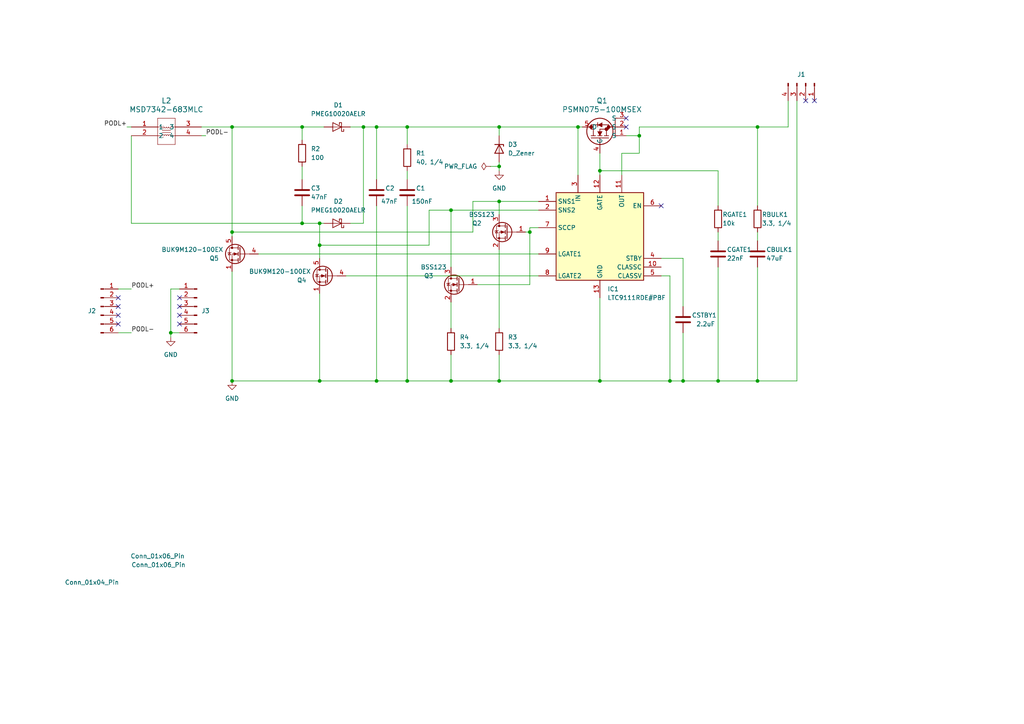
<source format=kicad_sch>
(kicad_sch (version 20230121) (generator eeschema)

  (uuid b5a8f610-1725-43b8-a044-4ebdefaa0a3d)

  (paper "A4")

  (lib_symbols
    (symbol "2024-03-15_10-10-31:MSD7342-683MLC" (pin_names (offset 0.254)) (in_bom yes) (on_board yes)
      (property "Reference" "L2" (at 10.16 7.62 0)
        (effects (font (size 1.524 1.524)))
      )
      (property "Value" "MSD7342-683MLC" (at 10.16 5.08 0)
        (effects (font (size 1.524 1.524)))
      )
      (property "Footprint" "footprints:MSD7342_COC" (at 1.016 3.302 0)
        (effects (font (size 1.27 1.27) italic) hide)
      )
      (property "Datasheet" "MSD7342-683MLC" (at 21.844 3.302 0)
        (effects (font (size 1.27 1.27) italic) hide)
      )
      (property "ki_locked" "" (at 0 0 0)
        (effects (font (size 1.27 1.27)))
      )
      (property "ki_keywords" "MSD7342-683MLC" (at 0 0 0)
        (effects (font (size 1.27 1.27)) hide)
      )
      (property "ki_fp_filters" "MSD7342_COC MSD7342_COC-M MSD7342_COC-L" (at 0 0 0)
        (effects (font (size 1.27 1.27)) hide)
      )
      (symbol "MSD7342-683MLC_0_1"
        (polyline
          (pts
            (xy 7.62 -5.08)
            (xy 12.7 -5.08)
          )
          (stroke (width 0.127) (type default))
          (fill (type none))
        )
        (polyline
          (pts
            (xy 7.62 -2.54)
            (xy 8.89 -2.54)
          )
          (stroke (width 0.127) (type default))
          (fill (type none))
        )
        (polyline
          (pts
            (xy 7.62 0)
            (xy 8.89 0)
          )
          (stroke (width 0.127) (type default))
          (fill (type none))
        )
        (polyline
          (pts
            (xy 7.62 2.54)
            (xy 7.62 -5.08)
          )
          (stroke (width 0.127) (type default))
          (fill (type none))
        )
        (polyline
          (pts
            (xy 8.89 -0.9525)
            (xy 11.43 -0.9525)
          )
          (stroke (width 0.127) (type default))
          (fill (type none))
        )
        (polyline
          (pts
            (xy 11.43 -1.5875)
            (xy 8.89 -1.5875)
          )
          (stroke (width 0.127) (type default))
          (fill (type none))
        )
        (polyline
          (pts
            (xy 12.6873 0)
            (xy 11.4173 0)
          )
          (stroke (width 0.127) (type default))
          (fill (type none))
        )
        (polyline
          (pts
            (xy 12.7 -5.08)
            (xy 12.7 2.54)
          )
          (stroke (width 0.127) (type default))
          (fill (type none))
        )
        (polyline
          (pts
            (xy 12.7 -2.54)
            (xy 11.43 -2.54)
          )
          (stroke (width 0.127) (type default))
          (fill (type none))
        )
        (polyline
          (pts
            (xy 12.7 2.54)
            (xy 7.62 2.54)
          )
          (stroke (width 0.127) (type default))
          (fill (type none))
        )
        (arc (start 8.89 0) (mid 9.1948 -0.3035) (end 9.4996 0)
          (stroke (width 0.127) (type default))
          (fill (type none))
        )
        (arc (start 9.2034 -2.959) (mid 9.2054 -2.9591) (end 9.2075 -2.9591)
          (stroke (width 0.2032) (type default))
          (fill (type none))
        )
        (arc (start 9.2034 0.216) (mid 9.2054 0.2159) (end 9.2075 0.2159)
          (stroke (width 0.2032) (type default))
          (fill (type none))
        )
        (arc (start 9.5123 -2.54) (mid 9.2075 -2.2365) (end 8.9027 -2.54)
          (stroke (width 0.127) (type default))
          (fill (type none))
        )
        (arc (start 9.525 0) (mid 9.8298 -0.3035) (end 10.1346 0)
          (stroke (width 0.127) (type default))
          (fill (type none))
        )
        (arc (start 10.1473 -2.54) (mid 9.8425 -2.2365) (end 9.5377 -2.54)
          (stroke (width 0.127) (type default))
          (fill (type none))
        )
        (arc (start 10.16 0) (mid 10.4648 -0.3035) (end 10.7696 0)
          (stroke (width 0.127) (type default))
          (fill (type none))
        )
        (arc (start 10.7823 -2.54) (mid 10.4775 -2.2365) (end 10.1727 -2.54)
          (stroke (width 0.127) (type default))
          (fill (type none))
        )
        (arc (start 10.795 0) (mid 11.0998 -0.3035) (end 11.4046 0)
          (stroke (width 0.127) (type default))
          (fill (type none))
        )
        (arc (start 11.4173 -2.54) (mid 11.1125 -2.2365) (end 10.8077 -2.54)
          (stroke (width 0.127) (type default))
          (fill (type none))
        )
      )
      (symbol "MSD7342-683MLC_1_1"
        (pin passive line (at 0 0 0) (length 7.62)
          (name "1" (effects (font (size 1.27 1.27))))
          (number "1" (effects (font (size 1.27 1.27))))
        )
        (pin passive line (at 0 -2.54 0) (length 7.62)
          (name "2" (effects (font (size 1.27 1.27))))
          (number "2" (effects (font (size 1.27 1.27))))
        )
        (pin passive line (at 20.32 0 180) (length 7.62)
          (name "3" (effects (font (size 1.27 1.27))))
          (number "3" (effects (font (size 1.27 1.27))))
        )
        (pin passive line (at 20.32 -2.54 180) (length 7.62)
          (name "4" (effects (font (size 1.27 1.27))))
          (number "4" (effects (font (size 1.27 1.27))))
        )
      )
    )
    (symbol "2024-03-19_11-29-30:PSMN075-100MSEX" (pin_names (offset 0.254)) (in_bom yes) (on_board yes)
      (property "Reference" "Q1" (at 15.24 -0.6223 90)
        (effects (font (size 1.524 1.524)))
      )
      (property "Value" "PSMN075-100MSEX" (at 12.7 -0.6223 90)
        (effects (font (size 1.524 1.524)))
      )
      (property "Footprint" "footprints2:LFPAK33_SOT1210_NEX" (at 0 0 0)
        (effects (font (size 1.27 1.27) italic) hide)
      )
      (property "Datasheet" "PSMN075-100MSEX" (at 0 0 0)
        (effects (font (size 1.27 1.27) italic) hide)
      )
      (property "ki_locked" "" (at 0 0 0)
        (effects (font (size 1.27 1.27)))
      )
      (property "ki_keywords" "PSMN075-100MSEX" (at 0 0 0)
        (effects (font (size 1.27 1.27)) hide)
      )
      (property "ki_fp_filters" "LFPAK33_SOT1210_NEX LFPAK33_SOT1210_NEX-M LFPAK33_SOT1210_NEX-L" (at 0 0 0)
        (effects (font (size 1.27 1.27)) hide)
      )
      (symbol "PSMN075-100MSEX_0_1"
        (polyline
          (pts
            (xy 2.54 0)
            (xy 4.445 0)
          )
          (stroke (width 0.2032) (type default))
          (fill (type none))
        )
        (polyline
          (pts
            (xy 4.445 -2.54)
            (xy 4.445 2.54)
          )
          (stroke (width 0.2032) (type default))
          (fill (type none))
        )
        (polyline
          (pts
            (xy 5.08 -5.08)
            (xy 5.08 -4.445)
          )
          (stroke (width 0.2032) (type default))
          (fill (type none))
        )
        (polyline
          (pts
            (xy 5.08 -2.54)
            (xy 5.08 -1.27)
          )
          (stroke (width 0.2032) (type default))
          (fill (type none))
        )
        (polyline
          (pts
            (xy 5.08 -1.905)
            (xy 6.985 -1.905)
          )
          (stroke (width 0.2032) (type default))
          (fill (type none))
        )
        (polyline
          (pts
            (xy 5.08 -0.635)
            (xy 5.08 0.635)
          )
          (stroke (width 0.2032) (type default))
          (fill (type none))
        )
        (polyline
          (pts
            (xy 5.08 1.27)
            (xy 5.08 2.54)
          )
          (stroke (width 0.2032) (type default))
          (fill (type none))
        )
        (polyline
          (pts
            (xy 5.08 1.905)
            (xy 6.985 1.905)
          )
          (stroke (width 0.2032) (type default))
          (fill (type none))
        )
        (polyline
          (pts
            (xy 6.35 0)
            (xy 6.985 0)
          )
          (stroke (width 0.2032) (type default))
          (fill (type none))
        )
        (polyline
          (pts
            (xy 6.985 -2.54)
            (xy 6.985 0)
          )
          (stroke (width 0.2032) (type default))
          (fill (type none))
        )
        (polyline
          (pts
            (xy 6.985 -2.54)
            (xy 8.255 -2.54)
          )
          (stroke (width 0.2032) (type default))
          (fill (type none))
        )
        (polyline
          (pts
            (xy 6.985 1.905)
            (xy 6.985 2.54)
          )
          (stroke (width 0.2032) (type default))
          (fill (type none))
        )
        (polyline
          (pts
            (xy 6.985 2.54)
            (xy 8.255 2.54)
          )
          (stroke (width 0.2032) (type default))
          (fill (type none))
        )
        (polyline
          (pts
            (xy 7.62 -5.08)
            (xy 7.62 -4.445)
          )
          (stroke (width 0.2032) (type default))
          (fill (type none))
        )
        (polyline
          (pts
            (xy 7.62 -2.54)
            (xy 7.62 -4.445)
          )
          (stroke (width 0.2032) (type default))
          (fill (type none))
        )
        (polyline
          (pts
            (xy 8.255 -2.54)
            (xy 8.255 -0.635)
          )
          (stroke (width 0.2032) (type default))
          (fill (type none))
        )
        (polyline
          (pts
            (xy 8.255 0.635)
            (xy 8.255 2.54)
          )
          (stroke (width 0.2032) (type default))
          (fill (type none))
        )
        (polyline
          (pts
            (xy 8.89 0.635)
            (xy 7.62 0.635)
          )
          (stroke (width 0.2032) (type default))
          (fill (type none))
        )
        (polyline
          (pts
            (xy 10.16 -5.08)
            (xy 10.16 -4.445)
          )
          (stroke (width 0.2032) (type default))
          (fill (type none))
        )
        (polyline
          (pts
            (xy 10.16 -4.445)
            (xy 5.08 -4.445)
          )
          (stroke (width 0.2032) (type default))
          (fill (type none))
        )
        (polyline
          (pts
            (xy 6.35 0.635)
            (xy 5.08 0)
            (xy 6.35 -0.635)
          )
          (stroke (width 0) (type default))
          (fill (type outline))
        )
        (polyline
          (pts
            (xy 8.89 -0.635)
            (xy 7.62 -0.635)
            (xy 8.255 0.635)
          )
          (stroke (width 0) (type default))
          (fill (type outline))
        )
        (circle (center 6.35 0) (radius 3.81)
          (stroke (width 0.254) (type default))
          (fill (type none))
        )
        (circle (center 6.985 -1.905) (radius 0.0254)
          (stroke (width 0.508) (type default))
          (fill (type none))
        )
        (circle (center 7.62 -2.54) (radius 0.0254)
          (stroke (width 0.508) (type default))
          (fill (type none))
        )
        (circle (center 7.62 2.54) (radius 0.0254)
          (stroke (width 0.508) (type default))
          (fill (type none))
        )
        (pin unspecified line (at 0 0 0) (length 2.54)
          (name "G" (effects (font (size 1.27 1.27))))
          (number "4" (effects (font (size 1.27 1.27))))
        )
      )
      (symbol "PSMN075-100MSEX_1_1"
        (pin passive line (at 5.08 -7.62 90) (length 2.54)
          (name "S" (effects (font (size 1.27 1.27))))
          (number "1" (effects (font (size 1.27 1.27))))
        )
        (pin passive line (at 7.62 -7.62 90) (length 2.54)
          (name "S" (effects (font (size 1.27 1.27))))
          (number "2" (effects (font (size 1.27 1.27))))
        )
        (pin passive line (at 10.16 -7.62 90) (length 2.54)
          (name "S" (effects (font (size 1.27 1.27))))
          (number "3" (effects (font (size 1.27 1.27))))
        )
        (pin passive line (at 7.62 5.08 270) (length 2.54)
          (name "D" (effects (font (size 1.27 1.27))))
          (number "5" (effects (font (size 1.27 1.27))))
        )
      )
    )
    (symbol "Connector:Conn_01x04_Pin" (pin_names (offset 1.016) hide) (in_bom yes) (on_board yes)
      (property "Reference" "J" (at 0 5.08 0)
        (effects (font (size 1.27 1.27)))
      )
      (property "Value" "Conn_01x04_Pin" (at 0 -7.62 0)
        (effects (font (size 1.27 1.27)))
      )
      (property "Footprint" "" (at 0 0 0)
        (effects (font (size 1.27 1.27)) hide)
      )
      (property "Datasheet" "~" (at 0 0 0)
        (effects (font (size 1.27 1.27)) hide)
      )
      (property "ki_locked" "" (at 0 0 0)
        (effects (font (size 1.27 1.27)))
      )
      (property "ki_keywords" "connector" (at 0 0 0)
        (effects (font (size 1.27 1.27)) hide)
      )
      (property "ki_description" "Generic connector, single row, 01x04, script generated" (at 0 0 0)
        (effects (font (size 1.27 1.27)) hide)
      )
      (property "ki_fp_filters" "Connector*:*_1x??_*" (at 0 0 0)
        (effects (font (size 1.27 1.27)) hide)
      )
      (symbol "Conn_01x04_Pin_1_1"
        (polyline
          (pts
            (xy 1.27 -5.08)
            (xy 0.8636 -5.08)
          )
          (stroke (width 0.1524) (type default))
          (fill (type none))
        )
        (polyline
          (pts
            (xy 1.27 -2.54)
            (xy 0.8636 -2.54)
          )
          (stroke (width 0.1524) (type default))
          (fill (type none))
        )
        (polyline
          (pts
            (xy 1.27 0)
            (xy 0.8636 0)
          )
          (stroke (width 0.1524) (type default))
          (fill (type none))
        )
        (polyline
          (pts
            (xy 1.27 2.54)
            (xy 0.8636 2.54)
          )
          (stroke (width 0.1524) (type default))
          (fill (type none))
        )
        (rectangle (start 0.8636 -4.953) (end 0 -5.207)
          (stroke (width 0.1524) (type default))
          (fill (type outline))
        )
        (rectangle (start 0.8636 -2.413) (end 0 -2.667)
          (stroke (width 0.1524) (type default))
          (fill (type outline))
        )
        (rectangle (start 0.8636 0.127) (end 0 -0.127)
          (stroke (width 0.1524) (type default))
          (fill (type outline))
        )
        (rectangle (start 0.8636 2.667) (end 0 2.413)
          (stroke (width 0.1524) (type default))
          (fill (type outline))
        )
        (pin passive line (at 5.08 2.54 180) (length 3.81)
          (name "Pin_1" (effects (font (size 1.27 1.27))))
          (number "1" (effects (font (size 1.27 1.27))))
        )
        (pin passive line (at 5.08 0 180) (length 3.81)
          (name "Pin_2" (effects (font (size 1.27 1.27))))
          (number "2" (effects (font (size 1.27 1.27))))
        )
        (pin passive line (at 5.08 -2.54 180) (length 3.81)
          (name "Pin_3" (effects (font (size 1.27 1.27))))
          (number "3" (effects (font (size 1.27 1.27))))
        )
        (pin passive line (at 5.08 -5.08 180) (length 3.81)
          (name "Pin_4" (effects (font (size 1.27 1.27))))
          (number "4" (effects (font (size 1.27 1.27))))
        )
      )
    )
    (symbol "Connector:Conn_01x06_Pin" (pin_names (offset 1.016) hide) (in_bom yes) (on_board yes)
      (property "Reference" "J" (at 0 7.62 0)
        (effects (font (size 1.27 1.27)))
      )
      (property "Value" "Conn_01x06_Pin" (at 0 -10.16 0)
        (effects (font (size 1.27 1.27)))
      )
      (property "Footprint" "" (at 0 0 0)
        (effects (font (size 1.27 1.27)) hide)
      )
      (property "Datasheet" "~" (at 0 0 0)
        (effects (font (size 1.27 1.27)) hide)
      )
      (property "ki_locked" "" (at 0 0 0)
        (effects (font (size 1.27 1.27)))
      )
      (property "ki_keywords" "connector" (at 0 0 0)
        (effects (font (size 1.27 1.27)) hide)
      )
      (property "ki_description" "Generic connector, single row, 01x06, script generated" (at 0 0 0)
        (effects (font (size 1.27 1.27)) hide)
      )
      (property "ki_fp_filters" "Connector*:*_1x??_*" (at 0 0 0)
        (effects (font (size 1.27 1.27)) hide)
      )
      (symbol "Conn_01x06_Pin_1_1"
        (polyline
          (pts
            (xy 1.27 -7.62)
            (xy 0.8636 -7.62)
          )
          (stroke (width 0.1524) (type default))
          (fill (type none))
        )
        (polyline
          (pts
            (xy 1.27 -5.08)
            (xy 0.8636 -5.08)
          )
          (stroke (width 0.1524) (type default))
          (fill (type none))
        )
        (polyline
          (pts
            (xy 1.27 -2.54)
            (xy 0.8636 -2.54)
          )
          (stroke (width 0.1524) (type default))
          (fill (type none))
        )
        (polyline
          (pts
            (xy 1.27 0)
            (xy 0.8636 0)
          )
          (stroke (width 0.1524) (type default))
          (fill (type none))
        )
        (polyline
          (pts
            (xy 1.27 2.54)
            (xy 0.8636 2.54)
          )
          (stroke (width 0.1524) (type default))
          (fill (type none))
        )
        (polyline
          (pts
            (xy 1.27 5.08)
            (xy 0.8636 5.08)
          )
          (stroke (width 0.1524) (type default))
          (fill (type none))
        )
        (rectangle (start 0.8636 -7.493) (end 0 -7.747)
          (stroke (width 0.1524) (type default))
          (fill (type outline))
        )
        (rectangle (start 0.8636 -4.953) (end 0 -5.207)
          (stroke (width 0.1524) (type default))
          (fill (type outline))
        )
        (rectangle (start 0.8636 -2.413) (end 0 -2.667)
          (stroke (width 0.1524) (type default))
          (fill (type outline))
        )
        (rectangle (start 0.8636 0.127) (end 0 -0.127)
          (stroke (width 0.1524) (type default))
          (fill (type outline))
        )
        (rectangle (start 0.8636 2.667) (end 0 2.413)
          (stroke (width 0.1524) (type default))
          (fill (type outline))
        )
        (rectangle (start 0.8636 5.207) (end 0 4.953)
          (stroke (width 0.1524) (type default))
          (fill (type outline))
        )
        (pin passive line (at 5.08 5.08 180) (length 3.81)
          (name "Pin_1" (effects (font (size 1.27 1.27))))
          (number "1" (effects (font (size 1.27 1.27))))
        )
        (pin passive line (at 5.08 2.54 180) (length 3.81)
          (name "Pin_2" (effects (font (size 1.27 1.27))))
          (number "2" (effects (font (size 1.27 1.27))))
        )
        (pin passive line (at 5.08 0 180) (length 3.81)
          (name "Pin_3" (effects (font (size 1.27 1.27))))
          (number "3" (effects (font (size 1.27 1.27))))
        )
        (pin passive line (at 5.08 -2.54 180) (length 3.81)
          (name "Pin_4" (effects (font (size 1.27 1.27))))
          (number "4" (effects (font (size 1.27 1.27))))
        )
        (pin passive line (at 5.08 -5.08 180) (length 3.81)
          (name "Pin_5" (effects (font (size 1.27 1.27))))
          (number "5" (effects (font (size 1.27 1.27))))
        )
        (pin passive line (at 5.08 -7.62 180) (length 3.81)
          (name "Pin_6" (effects (font (size 1.27 1.27))))
          (number "6" (effects (font (size 1.27 1.27))))
        )
      )
    )
    (symbol "Device:C" (pin_numbers hide) (pin_names (offset 0.254)) (in_bom yes) (on_board yes)
      (property "Reference" "C" (at 0.635 2.54 0)
        (effects (font (size 1.27 1.27)) (justify left))
      )
      (property "Value" "C" (at 0.635 -2.54 0)
        (effects (font (size 1.27 1.27)) (justify left))
      )
      (property "Footprint" "" (at 0.9652 -3.81 0)
        (effects (font (size 1.27 1.27)) hide)
      )
      (property "Datasheet" "~" (at 0 0 0)
        (effects (font (size 1.27 1.27)) hide)
      )
      (property "ki_keywords" "cap capacitor" (at 0 0 0)
        (effects (font (size 1.27 1.27)) hide)
      )
      (property "ki_description" "Unpolarized capacitor" (at 0 0 0)
        (effects (font (size 1.27 1.27)) hide)
      )
      (property "ki_fp_filters" "C_*" (at 0 0 0)
        (effects (font (size 1.27 1.27)) hide)
      )
      (symbol "C_0_1"
        (polyline
          (pts
            (xy -2.032 -0.762)
            (xy 2.032 -0.762)
          )
          (stroke (width 0.508) (type default))
          (fill (type none))
        )
        (polyline
          (pts
            (xy -2.032 0.762)
            (xy 2.032 0.762)
          )
          (stroke (width 0.508) (type default))
          (fill (type none))
        )
      )
      (symbol "C_1_1"
        (pin passive line (at 0 3.81 270) (length 2.794)
          (name "~" (effects (font (size 1.27 1.27))))
          (number "1" (effects (font (size 1.27 1.27))))
        )
        (pin passive line (at 0 -3.81 90) (length 2.794)
          (name "~" (effects (font (size 1.27 1.27))))
          (number "2" (effects (font (size 1.27 1.27))))
        )
      )
    )
    (symbol "Device:D_Zener" (pin_numbers hide) (pin_names (offset 1.016) hide) (in_bom yes) (on_board yes)
      (property "Reference" "D" (at 0 2.54 0)
        (effects (font (size 1.27 1.27)))
      )
      (property "Value" "D_Zener" (at 0 -2.54 0)
        (effects (font (size 1.27 1.27)))
      )
      (property "Footprint" "" (at 0 0 0)
        (effects (font (size 1.27 1.27)) hide)
      )
      (property "Datasheet" "~" (at 0 0 0)
        (effects (font (size 1.27 1.27)) hide)
      )
      (property "ki_keywords" "diode" (at 0 0 0)
        (effects (font (size 1.27 1.27)) hide)
      )
      (property "ki_description" "Zener diode" (at 0 0 0)
        (effects (font (size 1.27 1.27)) hide)
      )
      (property "ki_fp_filters" "TO-???* *_Diode_* *SingleDiode* D_*" (at 0 0 0)
        (effects (font (size 1.27 1.27)) hide)
      )
      (symbol "D_Zener_0_1"
        (polyline
          (pts
            (xy 1.27 0)
            (xy -1.27 0)
          )
          (stroke (width 0) (type default))
          (fill (type none))
        )
        (polyline
          (pts
            (xy -1.27 -1.27)
            (xy -1.27 1.27)
            (xy -0.762 1.27)
          )
          (stroke (width 0.254) (type default))
          (fill (type none))
        )
        (polyline
          (pts
            (xy 1.27 -1.27)
            (xy 1.27 1.27)
            (xy -1.27 0)
            (xy 1.27 -1.27)
          )
          (stroke (width 0.254) (type default))
          (fill (type none))
        )
      )
      (symbol "D_Zener_1_1"
        (pin passive line (at -3.81 0 0) (length 2.54)
          (name "K" (effects (font (size 1.27 1.27))))
          (number "1" (effects (font (size 1.27 1.27))))
        )
        (pin passive line (at 3.81 0 180) (length 2.54)
          (name "A" (effects (font (size 1.27 1.27))))
          (number "2" (effects (font (size 1.27 1.27))))
        )
      )
    )
    (symbol "Device:R" (pin_numbers hide) (pin_names (offset 0)) (in_bom yes) (on_board yes)
      (property "Reference" "R" (at 2.032 0 90)
        (effects (font (size 1.27 1.27)))
      )
      (property "Value" "R" (at 0 0 90)
        (effects (font (size 1.27 1.27)))
      )
      (property "Footprint" "" (at -1.778 0 90)
        (effects (font (size 1.27 1.27)) hide)
      )
      (property "Datasheet" "~" (at 0 0 0)
        (effects (font (size 1.27 1.27)) hide)
      )
      (property "ki_keywords" "R res resistor" (at 0 0 0)
        (effects (font (size 1.27 1.27)) hide)
      )
      (property "ki_description" "Resistor" (at 0 0 0)
        (effects (font (size 1.27 1.27)) hide)
      )
      (property "ki_fp_filters" "R_*" (at 0 0 0)
        (effects (font (size 1.27 1.27)) hide)
      )
      (symbol "R_0_1"
        (rectangle (start -1.016 -2.54) (end 1.016 2.54)
          (stroke (width 0.254) (type default))
          (fill (type none))
        )
      )
      (symbol "R_1_1"
        (pin passive line (at 0 3.81 270) (length 1.27)
          (name "~" (effects (font (size 1.27 1.27))))
          (number "1" (effects (font (size 1.27 1.27))))
        )
        (pin passive line (at 0 -3.81 90) (length 1.27)
          (name "~" (effects (font (size 1.27 1.27))))
          (number "2" (effects (font (size 1.27 1.27))))
        )
      )
    )
    (symbol "Diode:PMEG10020AELR" (pin_numbers hide) (pin_names hide) (in_bom yes) (on_board yes)
      (property "Reference" "D" (at 0 2.54 0)
        (effects (font (size 1.27 1.27)))
      )
      (property "Value" "PMEG10020AELR" (at 0 -2.54 0)
        (effects (font (size 1.27 1.27)))
      )
      (property "Footprint" "Diode_SMD:Nexperia_CFP3_SOD-123W" (at 0 -4.445 0)
        (effects (font (size 1.27 1.27)) hide)
      )
      (property "Datasheet" "https://assets.nexperia.com/documents/data-sheet/PMEG10020AELR.pdf" (at 0 0 0)
        (effects (font (size 1.27 1.27)) hide)
      )
      (property "ki_keywords" "ir diode" (at 0 0 0)
        (effects (font (size 1.27 1.27)) hide)
      )
      (property "ki_description" "100V, 2A low leakage current MEGA Schottky barrier rectifier, SOD-123W" (at 0 0 0)
        (effects (font (size 1.27 1.27)) hide)
      )
      (property "ki_fp_filters" "Nexperia*CFP3*SOD?123W*" (at 0 0 0)
        (effects (font (size 1.27 1.27)) hide)
      )
      (symbol "PMEG10020AELR_0_1"
        (polyline
          (pts
            (xy 1.27 0)
            (xy -1.27 0)
          )
          (stroke (width 0) (type default))
          (fill (type none))
        )
        (polyline
          (pts
            (xy 1.27 1.27)
            (xy 1.27 -1.27)
            (xy -1.27 0)
            (xy 1.27 1.27)
          )
          (stroke (width 0.2032) (type default))
          (fill (type none))
        )
        (polyline
          (pts
            (xy -1.905 0.635)
            (xy -1.905 1.27)
            (xy -1.27 1.27)
            (xy -1.27 -1.27)
            (xy -0.635 -1.27)
            (xy -0.635 -0.635)
          )
          (stroke (width 0.2032) (type default))
          (fill (type none))
        )
      )
      (symbol "PMEG10020AELR_1_1"
        (pin passive line (at -3.81 0 0) (length 2.54)
          (name "K" (effects (font (size 1.27 1.27))))
          (number "1" (effects (font (size 1.27 1.27))))
        )
        (pin passive line (at 3.81 0 180) (length 2.54)
          (name "A" (effects (font (size 1.27 1.27))))
          (number "2" (effects (font (size 1.27 1.27))))
        )
      )
    )
    (symbol "LTC9111RDE#PBF:LTC9111RDE#PBF" (in_bom yes) (on_board yes)
      (property "Reference" "IC" (at 31.75 7.62 0)
        (effects (font (size 1.27 1.27)) (justify left top))
      )
      (property "Value" "LTC9111RDE#PBF" (at 31.75 5.08 0)
        (effects (font (size 1.27 1.27)) (justify left top))
      )
      (property "Footprint" "SON50P300X400X80-13N-D" (at 31.75 -94.92 0)
        (effects (font (size 1.27 1.27)) (justify left top) hide)
      )
      (property "Datasheet" "https://www.analog.com/media/en/technical-documentation/data-sheets/ltc9111.pdf" (at 31.75 -194.92 0)
        (effects (font (size 1.27 1.27)) (justify left top) hide)
      )
      (property "Height" "0.8" (at 31.75 -394.92 0)
        (effects (font (size 1.27 1.27)) (justify left top) hide)
      )
      (property "Mouser Part Number" "584-LTC9111RDE#PBF" (at 31.75 -494.92 0)
        (effects (font (size 1.27 1.27)) (justify left top) hide)
      )
      (property "Mouser Price/Stock" "https://www.mouser.co.uk/ProductDetail/Analog-Devices/LTC9111RDEPBF?qs=rQFj71Wb1eUvOGbK5XL1vA%3D%3D" (at 31.75 -594.92 0)
        (effects (font (size 1.27 1.27)) (justify left top) hide)
      )
      (property "Manufacturer_Name" "Analog Devices" (at 31.75 -694.92 0)
        (effects (font (size 1.27 1.27)) (justify left top) hide)
      )
      (property "Manufacturer_Part_Number" "LTC9111RDE#PBF" (at 31.75 -794.92 0)
        (effects (font (size 1.27 1.27)) (justify left top) hide)
      )
      (property "ki_description" "Power Over Ethernet Controller 1 Channel 802.3cg (PoE) 12-DFN (4x3)" (at 0 0 0)
        (effects (font (size 1.27 1.27)) hide)
      )
      (symbol "LTC9111RDE#PBF_1_1"
        (rectangle (start 5.08 2.54) (end 30.48 -22.86)
          (stroke (width 0.254) (type default))
          (fill (type background))
        )
        (pin passive line (at 0 0 0) (length 5.08)
          (name "SNS1" (effects (font (size 1.27 1.27))))
          (number "1" (effects (font (size 1.27 1.27))))
        )
        (pin passive line (at 35.56 -19.05 180) (length 5.08)
          (name "CLASSC" (effects (font (size 1.27 1.27))))
          (number "10" (effects (font (size 1.27 1.27))))
        )
        (pin passive line (at 24.13 7.62 270) (length 5.08)
          (name "OUT" (effects (font (size 1.27 1.27))))
          (number "11" (effects (font (size 1.27 1.27))))
        )
        (pin passive line (at 17.78 7.62 270) (length 5.08)
          (name "GATE" (effects (font (size 1.27 1.27))))
          (number "12" (effects (font (size 1.27 1.27))))
        )
        (pin passive line (at 17.78 -27.94 90) (length 5.08)
          (name "GND" (effects (font (size 1.27 1.27))))
          (number "13" (effects (font (size 1.27 1.27))))
        )
        (pin passive line (at 0 -2.54 0) (length 5.08)
          (name "SNS2" (effects (font (size 1.27 1.27))))
          (number "2" (effects (font (size 1.27 1.27))))
        )
        (pin passive line (at 11.43 7.62 270) (length 5.08)
          (name "IN" (effects (font (size 1.27 1.27))))
          (number "3" (effects (font (size 1.27 1.27))))
        )
        (pin passive line (at 35.56 -16.51 180) (length 5.08)
          (name "STBY" (effects (font (size 1.27 1.27))))
          (number "4" (effects (font (size 1.27 1.27))))
        )
        (pin passive line (at 35.56 -21.59 180) (length 5.08)
          (name "CLASSV" (effects (font (size 1.27 1.27))))
          (number "5" (effects (font (size 1.27 1.27))))
        )
        (pin passive line (at 35.56 -1.27 180) (length 5.08)
          (name "EN" (effects (font (size 1.27 1.27))))
          (number "6" (effects (font (size 1.27 1.27))))
        )
        (pin passive line (at 0 -7.62 0) (length 5.08)
          (name "SCCP" (effects (font (size 1.27 1.27))))
          (number "7" (effects (font (size 1.27 1.27))))
        )
        (pin passive line (at 0 -21.59 0) (length 5.08)
          (name "LGATE2" (effects (font (size 1.27 1.27))))
          (number "8" (effects (font (size 1.27 1.27))))
        )
        (pin passive line (at 0 -15.24 0) (length 5.08)
          (name "LGATE1" (effects (font (size 1.27 1.27))))
          (number "9" (effects (font (size 1.27 1.27))))
        )
      )
    )
    (symbol "Transistor_FET:BSS123" (pin_names hide) (in_bom yes) (on_board yes)
      (property "Reference" "Q" (at 5.08 1.905 0)
        (effects (font (size 1.27 1.27)) (justify left))
      )
      (property "Value" "BSS123" (at 5.08 0 0)
        (effects (font (size 1.27 1.27)) (justify left))
      )
      (property "Footprint" "Package_TO_SOT_SMD:SOT-23" (at 5.08 -1.905 0)
        (effects (font (size 1.27 1.27) italic) (justify left) hide)
      )
      (property "Datasheet" "http://www.diodes.com/assets/Datasheets/ds30366.pdf" (at 0 0 0)
        (effects (font (size 1.27 1.27)) (justify left) hide)
      )
      (property "ki_keywords" "N-Channel MOSFET" (at 0 0 0)
        (effects (font (size 1.27 1.27)) hide)
      )
      (property "ki_description" "0.17A Id, 100V Vds, N-Channel MOSFET, SOT-23" (at 0 0 0)
        (effects (font (size 1.27 1.27)) hide)
      )
      (property "ki_fp_filters" "SOT?23*" (at 0 0 0)
        (effects (font (size 1.27 1.27)) hide)
      )
      (symbol "BSS123_0_1"
        (polyline
          (pts
            (xy 0.254 0)
            (xy -2.54 0)
          )
          (stroke (width 0) (type default))
          (fill (type none))
        )
        (polyline
          (pts
            (xy 0.254 1.905)
            (xy 0.254 -1.905)
          )
          (stroke (width 0.254) (type default))
          (fill (type none))
        )
        (polyline
          (pts
            (xy 0.762 -1.27)
            (xy 0.762 -2.286)
          )
          (stroke (width 0.254) (type default))
          (fill (type none))
        )
        (polyline
          (pts
            (xy 0.762 0.508)
            (xy 0.762 -0.508)
          )
          (stroke (width 0.254) (type default))
          (fill (type none))
        )
        (polyline
          (pts
            (xy 0.762 2.286)
            (xy 0.762 1.27)
          )
          (stroke (width 0.254) (type default))
          (fill (type none))
        )
        (polyline
          (pts
            (xy 2.54 2.54)
            (xy 2.54 1.778)
          )
          (stroke (width 0) (type default))
          (fill (type none))
        )
        (polyline
          (pts
            (xy 2.54 -2.54)
            (xy 2.54 0)
            (xy 0.762 0)
          )
          (stroke (width 0) (type default))
          (fill (type none))
        )
        (polyline
          (pts
            (xy 0.762 -1.778)
            (xy 3.302 -1.778)
            (xy 3.302 1.778)
            (xy 0.762 1.778)
          )
          (stroke (width 0) (type default))
          (fill (type none))
        )
        (polyline
          (pts
            (xy 1.016 0)
            (xy 2.032 0.381)
            (xy 2.032 -0.381)
            (xy 1.016 0)
          )
          (stroke (width 0) (type default))
          (fill (type outline))
        )
        (polyline
          (pts
            (xy 2.794 0.508)
            (xy 2.921 0.381)
            (xy 3.683 0.381)
            (xy 3.81 0.254)
          )
          (stroke (width 0) (type default))
          (fill (type none))
        )
        (polyline
          (pts
            (xy 3.302 0.381)
            (xy 2.921 -0.254)
            (xy 3.683 -0.254)
            (xy 3.302 0.381)
          )
          (stroke (width 0) (type default))
          (fill (type none))
        )
        (circle (center 1.651 0) (radius 2.794)
          (stroke (width 0.254) (type default))
          (fill (type none))
        )
        (circle (center 2.54 -1.778) (radius 0.254)
          (stroke (width 0) (type default))
          (fill (type outline))
        )
        (circle (center 2.54 1.778) (radius 0.254)
          (stroke (width 0) (type default))
          (fill (type outline))
        )
      )
      (symbol "BSS123_1_1"
        (pin input line (at -5.08 0 0) (length 2.54)
          (name "G" (effects (font (size 1.27 1.27))))
          (number "1" (effects (font (size 1.27 1.27))))
        )
        (pin passive line (at 2.54 -5.08 90) (length 2.54)
          (name "S" (effects (font (size 1.27 1.27))))
          (number "2" (effects (font (size 1.27 1.27))))
        )
        (pin passive line (at 2.54 5.08 270) (length 2.54)
          (name "D" (effects (font (size 1.27 1.27))))
          (number "3" (effects (font (size 1.27 1.27))))
        )
      )
    )
    (symbol "Transistor_FET:BUK9M120-100EX" (pin_names hide) (in_bom yes) (on_board yes)
      (property "Reference" "Q" (at 5.08 1.905 0)
        (effects (font (size 1.27 1.27)) (justify left))
      )
      (property "Value" "BUK9M120-100EX" (at 5.08 0 0)
        (effects (font (size 1.27 1.27)) (justify left))
      )
      (property "Footprint" "Package_TO_SOT_SMD:LFPAK33" (at 5.08 -1.905 0)
        (effects (font (size 1.27 1.27) italic) (justify left) hide)
      )
      (property "Datasheet" "https://assets.nexperia.com/documents/data-sheet/BUK9M120-100E.pdf" (at 0 0 90)
        (effects (font (size 1.27 1.27)) (justify left) hide)
      )
      (property "ki_keywords" "Power MOSFET N-MOS" (at 0 0 0)
        (effects (font (size 1.27 1.27)) hide)
      )
      (property "ki_description" "11.5A Id, 100V Vds, N-Channel TrenchMOS MOSFET, 119mOhm Ron, 8.8nC Qqd, -55 to 175 °C, LFPAK33" (at 0 0 0)
        (effects (font (size 1.27 1.27)) hide)
      )
      (property "ki_fp_filters" "LFPAK33*" (at 0 0 0)
        (effects (font (size 1.27 1.27)) hide)
      )
      (symbol "BUK9M120-100EX_0_1"
        (polyline
          (pts
            (xy 0.254 0)
            (xy -2.54 0)
          )
          (stroke (width 0) (type default))
          (fill (type none))
        )
        (polyline
          (pts
            (xy 0.254 1.905)
            (xy 0.254 -1.905)
          )
          (stroke (width 0.254) (type default))
          (fill (type none))
        )
        (polyline
          (pts
            (xy 0.762 -1.27)
            (xy 0.762 -2.286)
          )
          (stroke (width 0.254) (type default))
          (fill (type none))
        )
        (polyline
          (pts
            (xy 0.762 0.508)
            (xy 0.762 -0.508)
          )
          (stroke (width 0.254) (type default))
          (fill (type none))
        )
        (polyline
          (pts
            (xy 0.762 2.286)
            (xy 0.762 1.27)
          )
          (stroke (width 0.254) (type default))
          (fill (type none))
        )
        (polyline
          (pts
            (xy 2.54 2.54)
            (xy 2.54 1.778)
          )
          (stroke (width 0) (type default))
          (fill (type none))
        )
        (polyline
          (pts
            (xy 2.54 -2.54)
            (xy 2.54 0)
            (xy 0.762 0)
          )
          (stroke (width 0) (type default))
          (fill (type none))
        )
        (polyline
          (pts
            (xy 0.762 -1.778)
            (xy 3.302 -1.778)
            (xy 3.302 1.778)
            (xy 0.762 1.778)
          )
          (stroke (width 0) (type default))
          (fill (type none))
        )
        (polyline
          (pts
            (xy 1.016 0)
            (xy 2.032 0.381)
            (xy 2.032 -0.381)
            (xy 1.016 0)
          )
          (stroke (width 0) (type default))
          (fill (type outline))
        )
        (polyline
          (pts
            (xy 2.794 0.508)
            (xy 2.921 0.381)
            (xy 3.683 0.381)
            (xy 3.81 0.254)
          )
          (stroke (width 0) (type default))
          (fill (type none))
        )
        (polyline
          (pts
            (xy 3.302 0.381)
            (xy 2.921 -0.254)
            (xy 3.683 -0.254)
            (xy 3.302 0.381)
          )
          (stroke (width 0) (type default))
          (fill (type none))
        )
        (circle (center 1.651 0) (radius 2.794)
          (stroke (width 0.254) (type default))
          (fill (type none))
        )
        (circle (center 2.54 -1.778) (radius 0.254)
          (stroke (width 0) (type default))
          (fill (type outline))
        )
        (circle (center 2.54 1.778) (radius 0.254)
          (stroke (width 0) (type default))
          (fill (type outline))
        )
      )
      (symbol "BUK9M120-100EX_1_1"
        (pin passive line (at 2.54 -5.08 90) (length 2.54)
          (name "S" (effects (font (size 1.27 1.27))))
          (number "1" (effects (font (size 1.27 1.27))))
        )
        (pin passive line (at 2.54 -5.08 90) (length 2.54) hide
          (name "S" (effects (font (size 1.27 1.27))))
          (number "2" (effects (font (size 1.27 1.27))))
        )
        (pin passive line (at 2.54 -5.08 90) (length 2.54) hide
          (name "S" (effects (font (size 1.27 1.27))))
          (number "3" (effects (font (size 1.27 1.27))))
        )
        (pin passive line (at -5.08 0 0) (length 2.54)
          (name "G" (effects (font (size 1.27 1.27))))
          (number "4" (effects (font (size 1.27 1.27))))
        )
        (pin passive line (at 2.54 5.08 270) (length 2.54)
          (name "D" (effects (font (size 1.27 1.27))))
          (number "5" (effects (font (size 1.27 1.27))))
        )
      )
    )
    (symbol "power:GND" (power) (pin_names (offset 0)) (in_bom yes) (on_board yes)
      (property "Reference" "#PWR" (at 0 -6.35 0)
        (effects (font (size 1.27 1.27)) hide)
      )
      (property "Value" "GND" (at 0 -3.81 0)
        (effects (font (size 1.27 1.27)))
      )
      (property "Footprint" "" (at 0 0 0)
        (effects (font (size 1.27 1.27)) hide)
      )
      (property "Datasheet" "" (at 0 0 0)
        (effects (font (size 1.27 1.27)) hide)
      )
      (property "ki_keywords" "global power" (at 0 0 0)
        (effects (font (size 1.27 1.27)) hide)
      )
      (property "ki_description" "Power symbol creates a global label with name \"GND\" , ground" (at 0 0 0)
        (effects (font (size 1.27 1.27)) hide)
      )
      (symbol "GND_0_1"
        (polyline
          (pts
            (xy 0 0)
            (xy 0 -1.27)
            (xy 1.27 -1.27)
            (xy 0 -2.54)
            (xy -1.27 -1.27)
            (xy 0 -1.27)
          )
          (stroke (width 0) (type default))
          (fill (type none))
        )
      )
      (symbol "GND_1_1"
        (pin power_in line (at 0 0 270) (length 0) hide
          (name "GND" (effects (font (size 1.27 1.27))))
          (number "1" (effects (font (size 1.27 1.27))))
        )
      )
    )
    (symbol "power:PWR_FLAG" (power) (pin_numbers hide) (pin_names (offset 0) hide) (in_bom yes) (on_board yes)
      (property "Reference" "#FLG" (at 0 1.905 0)
        (effects (font (size 1.27 1.27)) hide)
      )
      (property "Value" "PWR_FLAG" (at 0 3.81 0)
        (effects (font (size 1.27 1.27)))
      )
      (property "Footprint" "" (at 0 0 0)
        (effects (font (size 1.27 1.27)) hide)
      )
      (property "Datasheet" "~" (at 0 0 0)
        (effects (font (size 1.27 1.27)) hide)
      )
      (property "ki_keywords" "flag power" (at 0 0 0)
        (effects (font (size 1.27 1.27)) hide)
      )
      (property "ki_description" "Special symbol for telling ERC where power comes from" (at 0 0 0)
        (effects (font (size 1.27 1.27)) hide)
      )
      (symbol "PWR_FLAG_0_0"
        (pin power_out line (at 0 0 90) (length 0)
          (name "pwr" (effects (font (size 1.27 1.27))))
          (number "1" (effects (font (size 1.27 1.27))))
        )
      )
      (symbol "PWR_FLAG_0_1"
        (polyline
          (pts
            (xy 0 0)
            (xy 0 1.27)
            (xy -1.016 1.905)
            (xy 0 2.54)
            (xy 1.016 1.905)
            (xy 0 1.27)
          )
          (stroke (width 0) (type default))
          (fill (type none))
        )
      )
    )
  )

  (junction (at 144.78 58.42) (diameter 0) (color 0 0 0 0)
    (uuid 02358f38-ebb6-40f5-8660-a0c60f48d827)
  )
  (junction (at 109.22 36.83) (diameter 0) (color 0 0 0 0)
    (uuid 0434ab54-1bb3-43ca-ac98-c6924772a4d1)
  )
  (junction (at 92.71 64.77) (diameter 0) (color 0 0 0 0)
    (uuid 0a825cac-c100-4071-a078-ca24147000ed)
  )
  (junction (at 109.22 110.49) (diameter 0) (color 0 0 0 0)
    (uuid 0e9c799d-1127-4a5a-94a5-fbf5ba6ff60b)
  )
  (junction (at 92.71 71.12) (diameter 0) (color 0 0 0 0)
    (uuid 111135c5-ba04-414a-81a3-b1fabfe56b2b)
  )
  (junction (at 219.71 110.49) (diameter 0) (color 0 0 0 0)
    (uuid 1532b934-5cb7-4da6-afb1-d8c1b4aaba3a)
  )
  (junction (at 194.31 110.49) (diameter 0) (color 0 0 0 0)
    (uuid 163c0d99-ee02-49b0-ad46-0d819c9e3b51)
  )
  (junction (at 87.63 64.77) (diameter 0) (color 0 0 0 0)
    (uuid 1c0e3186-1fbf-4d7e-a94d-d4a7c89ff502)
  )
  (junction (at 208.28 110.49) (diameter 0) (color 0 0 0 0)
    (uuid 2621526d-75e8-470b-a104-22746a81146a)
  )
  (junction (at 219.71 36.83) (diameter 0) (color 0 0 0 0)
    (uuid 27520044-8296-4c9b-ac04-524855774b33)
  )
  (junction (at 153.67 67.31) (diameter 0) (color 0 0 0 0)
    (uuid 307e5ef2-8274-49c6-b799-4277d1d255ae)
  )
  (junction (at 92.71 110.49) (diameter 0) (color 0 0 0 0)
    (uuid 3b22e992-4eca-4524-8cfa-fe701d318c31)
  )
  (junction (at 144.78 110.49) (diameter 0) (color 0 0 0 0)
    (uuid 3f58be3d-0a31-476b-872a-6a5ac2dc193d)
  )
  (junction (at 118.11 110.49) (diameter 0) (color 0 0 0 0)
    (uuid 45fce876-cb91-416e-a832-b313be049798)
  )
  (junction (at 105.41 36.83) (diameter 0) (color 0 0 0 0)
    (uuid 57ef286c-2f2f-4591-a36d-1d1953f1cc3a)
  )
  (junction (at 173.99 110.49) (diameter 0) (color 0 0 0 0)
    (uuid 580437d4-2d6d-47ac-b1f6-8c55413468b9)
  )
  (junction (at 167.64 36.83) (diameter 0) (color 0 0 0 0)
    (uuid 589889cf-0e0a-4430-ba47-41efa9857d86)
  )
  (junction (at 198.12 110.49) (diameter 0) (color 0 0 0 0)
    (uuid 6d5baec8-7dc8-4453-bf7d-a6d41e12aca2)
  )
  (junction (at 49.53 96.52) (diameter 0) (color 0 0 0 0)
    (uuid 866571f0-bdd1-466e-a378-8564e226cd7a)
  )
  (junction (at 118.11 36.83) (diameter 0) (color 0 0 0 0)
    (uuid 9b772378-6aaf-4fc1-b7e9-d18ece9cc93f)
  )
  (junction (at 130.81 110.49) (diameter 0) (color 0 0 0 0)
    (uuid bc3dbb92-600c-4840-a6e5-630293cc0aad)
  )
  (junction (at 185.42 39.37) (diameter 0) (color 0 0 0 0)
    (uuid c014bc4c-720c-4c94-8164-fd3bc9279e8b)
  )
  (junction (at 67.31 36.83) (diameter 0) (color 0 0 0 0)
    (uuid cb7652c4-3aff-4adc-a729-1c016d36fe79)
  )
  (junction (at 144.78 48.26) (diameter 0) (color 0 0 0 0)
    (uuid d5c1e54d-b607-456c-9abe-658c4f80ec68)
  )
  (junction (at 144.78 36.83) (diameter 0) (color 0 0 0 0)
    (uuid d8f93bcc-0065-4731-8a58-085d4323622a)
  )
  (junction (at 67.31 110.49) (diameter 0) (color 0 0 0 0)
    (uuid df5c5638-67c2-4999-aee8-5b60946d404e)
  )
  (junction (at 130.81 60.96) (diameter 0) (color 0 0 0 0)
    (uuid edce3b41-f1c5-4301-a9ff-8d75bdd91871)
  )
  (junction (at 173.99 49.53) (diameter 0) (color 0 0 0 0)
    (uuid f2d8e42d-237b-45cd-ab6f-4c3bac4e4663)
  )
  (junction (at 67.31 67.31) (diameter 0) (color 0 0 0 0)
    (uuid f53edeec-1d8f-41f1-a4d4-3b18799eaccd)
  )
  (junction (at 87.63 36.83) (diameter 0) (color 0 0 0 0)
    (uuid f904e442-76e1-4183-a2e9-10cacf810750)
  )

  (no_connect (at 233.68 29.21) (uuid 0304d3bf-f4c3-4ce8-9328-12bf37638d3c))
  (no_connect (at 34.29 93.98) (uuid 2308bbfd-6bed-4785-b2d4-f64f90f297b8))
  (no_connect (at 181.61 36.83) (uuid 33355028-e97a-45e8-9d41-b57ef7b734ca))
  (no_connect (at 52.07 88.9) (uuid 3988bcbe-b18e-476f-85e4-c216a59f163a))
  (no_connect (at 52.07 91.44) (uuid 4d6ae919-ee13-4cff-a039-efa7c49ec094))
  (no_connect (at 52.07 93.98) (uuid 51a4e666-9b76-4845-a8a9-2b50c7c4781b))
  (no_connect (at 236.22 29.21) (uuid 51f7b020-a655-4bfa-850f-5b06d8a0dcb9))
  (no_connect (at 52.07 86.36) (uuid 7608f844-4060-45c1-b44c-15113bcaa450))
  (no_connect (at 181.61 34.29) (uuid 781702aa-9549-460c-b748-47c169eac6f1))
  (no_connect (at 34.29 91.44) (uuid 86b83784-0eee-4542-93ef-e89bff525aa8))
  (no_connect (at 34.29 86.36) (uuid aeb3f762-5f2f-429a-8b17-7035a3d4ef50))
  (no_connect (at 191.77 59.69) (uuid d60683b7-c381-430a-a9eb-6869c6f73c5e))
  (no_connect (at 34.29 88.9) (uuid f77c311b-3820-48a3-b207-2ef18feae0ea))

  (wire (pts (xy 144.78 102.87) (xy 144.78 110.49))
    (stroke (width 0) (type default))
    (uuid 00277be1-7e6b-411e-87e5-d322bf3d5253)
  )
  (wire (pts (xy 219.71 77.47) (xy 219.71 110.49))
    (stroke (width 0) (type default))
    (uuid 0343534f-de54-4e98-af2f-9a2a785a36f6)
  )
  (wire (pts (xy 180.34 50.8) (xy 180.34 44.45))
    (stroke (width 0) (type default))
    (uuid 07deb0d2-2a4b-4332-b1dd-9039104272ba)
  )
  (wire (pts (xy 109.22 52.07) (xy 109.22 36.83))
    (stroke (width 0) (type default))
    (uuid 0ac30569-7871-45b8-9c17-61b5a9ddb44e)
  )
  (wire (pts (xy 180.34 44.45) (xy 185.42 44.45))
    (stroke (width 0) (type default))
    (uuid 0fd6eca9-5d88-4075-b742-9057a6b4e8a2)
  )
  (wire (pts (xy 208.28 77.47) (xy 208.28 110.49))
    (stroke (width 0) (type default))
    (uuid 14f2a5c8-7248-4b5b-8384-ec3cd0e824eb)
  )
  (wire (pts (xy 92.71 71.12) (xy 92.71 74.93))
    (stroke (width 0) (type default))
    (uuid 1c1a4dad-bbf1-47d7-bff9-2319ddb8cce5)
  )
  (wire (pts (xy 219.71 59.69) (xy 219.71 36.83))
    (stroke (width 0) (type default))
    (uuid 204c99f5-4513-455a-bb99-3178b685d7b7)
  )
  (wire (pts (xy 173.99 49.53) (xy 173.99 50.8))
    (stroke (width 0) (type default))
    (uuid 22bae6bc-960c-465f-9833-25fcd06dc971)
  )
  (wire (pts (xy 191.77 80.01) (xy 194.31 80.01))
    (stroke (width 0) (type default))
    (uuid 241599d4-2c65-4192-9539-76e7f8be2ee3)
  )
  (wire (pts (xy 185.42 36.83) (xy 185.42 39.37))
    (stroke (width 0) (type default))
    (uuid 244ef1ff-85ab-4936-9816-08d28422deb3)
  )
  (wire (pts (xy 198.12 74.93) (xy 198.12 88.9))
    (stroke (width 0) (type default))
    (uuid 25ebeb3a-e674-4b41-993c-210c70fed012)
  )
  (wire (pts (xy 92.71 85.09) (xy 92.71 110.49))
    (stroke (width 0) (type default))
    (uuid 26a5087b-a704-426b-8291-4929797e57d5)
  )
  (wire (pts (xy 101.6 64.77) (xy 105.41 64.77))
    (stroke (width 0) (type default))
    (uuid 297539c5-2964-4bd8-af95-112174004591)
  )
  (wire (pts (xy 92.71 64.77) (xy 87.63 64.77))
    (stroke (width 0) (type default))
    (uuid 29ddff5c-0f8d-47b3-a6d7-3447b5497b4e)
  )
  (wire (pts (xy 130.81 110.49) (xy 118.11 110.49))
    (stroke (width 0) (type default))
    (uuid 2c98a586-4972-4c12-b662-df24637fa823)
  )
  (wire (pts (xy 92.71 64.77) (xy 92.71 71.12))
    (stroke (width 0) (type default))
    (uuid 2e8d2161-0bac-4fd1-92f1-7774695b4b7f)
  )
  (wire (pts (xy 49.53 96.52) (xy 52.07 96.52))
    (stroke (width 0) (type default))
    (uuid 2ee15a31-7a0e-4d5f-a41a-f881dd4514f2)
  )
  (wire (pts (xy 118.11 59.69) (xy 118.11 110.49))
    (stroke (width 0) (type default))
    (uuid 2fb2fddc-9789-421a-a7a1-62d1f4cfae1f)
  )
  (wire (pts (xy 173.99 44.45) (xy 173.99 49.53))
    (stroke (width 0) (type default))
    (uuid 3107e09e-a8a7-4c69-9e4a-e1c0b5126284)
  )
  (wire (pts (xy 36.83 36.83) (xy 38.1 36.83))
    (stroke (width 0) (type default))
    (uuid 323e7c79-5b86-4c8b-9b12-08eab35b35be)
  )
  (wire (pts (xy 130.81 60.96) (xy 130.81 77.47))
    (stroke (width 0) (type default))
    (uuid 332969b9-eb2f-445c-a295-c9f86ef994c0)
  )
  (wire (pts (xy 67.31 110.49) (xy 92.71 110.49))
    (stroke (width 0) (type default))
    (uuid 35dc3aa6-4b29-4cf0-a70d-7baec8c719cd)
  )
  (wire (pts (xy 144.78 58.42) (xy 137.16 58.42))
    (stroke (width 0) (type default))
    (uuid 3be21006-2655-49e2-9ada-0956b9c88214)
  )
  (wire (pts (xy 118.11 41.91) (xy 118.11 36.83))
    (stroke (width 0) (type default))
    (uuid 3c411865-d57f-4cba-bab0-86a5c1e662b8)
  )
  (wire (pts (xy 173.99 49.53) (xy 208.28 49.53))
    (stroke (width 0) (type default))
    (uuid 3d1955c1-c33a-4942-8889-72df51419ca4)
  )
  (wire (pts (xy 34.29 96.52) (xy 38.1 96.52))
    (stroke (width 0) (type default))
    (uuid 3ee00c28-bbd5-453c-bb4e-1e2fc84efb99)
  )
  (wire (pts (xy 105.41 36.83) (xy 109.22 36.83))
    (stroke (width 0) (type default))
    (uuid 41849de4-3dcc-42f1-a5ac-b98e47c70c64)
  )
  (wire (pts (xy 208.28 49.53) (xy 208.28 59.69))
    (stroke (width 0) (type default))
    (uuid 437bc58d-09f4-44b3-a8ee-f53035bdf672)
  )
  (wire (pts (xy 105.41 36.83) (xy 101.6 36.83))
    (stroke (width 0) (type default))
    (uuid 450dbb8f-af69-46a8-afe7-00ca57f7c7bd)
  )
  (wire (pts (xy 58.42 36.83) (xy 67.31 36.83))
    (stroke (width 0) (type default))
    (uuid 45f2c5df-c26b-4e61-8ea8-97b5a83c0baf)
  )
  (wire (pts (xy 185.42 36.83) (xy 219.71 36.83))
    (stroke (width 0) (type default))
    (uuid 4f7fe97c-4e6f-409e-b7dd-7839ee58b238)
  )
  (wire (pts (xy 167.64 36.83) (xy 168.91 36.83))
    (stroke (width 0) (type default))
    (uuid 514f3fe7-22fc-4f14-b5b2-014ca0e75697)
  )
  (wire (pts (xy 109.22 59.69) (xy 109.22 110.49))
    (stroke (width 0) (type default))
    (uuid 53f6298a-734c-4cb5-b09e-e06c184bb468)
  )
  (wire (pts (xy 173.99 86.36) (xy 173.99 110.49))
    (stroke (width 0) (type default))
    (uuid 575c0fb9-6032-41b8-a9f5-f445a9563dfe)
  )
  (wire (pts (xy 34.29 83.82) (xy 38.1 83.82))
    (stroke (width 0) (type default))
    (uuid 5a69b1fe-f40e-4ebc-84e4-a1eee4218a5f)
  )
  (wire (pts (xy 144.78 62.23) (xy 144.78 58.42))
    (stroke (width 0) (type default))
    (uuid 5afe99be-9fe6-41cd-ae44-be9ac3e88e03)
  )
  (wire (pts (xy 130.81 60.96) (xy 124.46 60.96))
    (stroke (width 0) (type default))
    (uuid 5d124697-4866-4d61-8751-b37ab20e9fc8)
  )
  (wire (pts (xy 156.21 60.96) (xy 130.81 60.96))
    (stroke (width 0) (type default))
    (uuid 665da600-7294-446c-9385-88137c07fb7a)
  )
  (wire (pts (xy 87.63 36.83) (xy 87.63 40.64))
    (stroke (width 0) (type default))
    (uuid 670d6766-6925-4ffa-b706-2cde6b9618ae)
  )
  (wire (pts (xy 109.22 36.83) (xy 118.11 36.83))
    (stroke (width 0) (type default))
    (uuid 6953d177-9db3-41a2-9433-ace578b45c30)
  )
  (wire (pts (xy 105.41 64.77) (xy 105.41 36.83))
    (stroke (width 0) (type default))
    (uuid 7237cf4f-6bd8-4119-be80-057a7b0301f6)
  )
  (wire (pts (xy 49.53 83.82) (xy 49.53 96.52))
    (stroke (width 0) (type default))
    (uuid 75da2e91-2474-411b-ac30-4fc7a4a501bf)
  )
  (wire (pts (xy 67.31 67.31) (xy 137.16 67.31))
    (stroke (width 0) (type default))
    (uuid 778d9fab-be3c-4de5-8717-28b5e90ba578)
  )
  (wire (pts (xy 92.71 71.12) (xy 124.46 71.12))
    (stroke (width 0) (type default))
    (uuid 77b14be9-d43e-42be-95e9-6f11ee49563e)
  )
  (wire (pts (xy 208.28 67.31) (xy 208.28 69.85))
    (stroke (width 0) (type default))
    (uuid 7b06e691-6959-49e1-82bd-e50521b88a24)
  )
  (wire (pts (xy 228.6 36.83) (xy 228.6 29.21))
    (stroke (width 0) (type default))
    (uuid 87f21e99-3270-4e01-afb1-7b2cddc39188)
  )
  (wire (pts (xy 219.71 67.31) (xy 219.71 69.85))
    (stroke (width 0) (type default))
    (uuid 885181dd-216b-460e-a1c8-796c067569be)
  )
  (wire (pts (xy 144.78 39.37) (xy 144.78 36.83))
    (stroke (width 0) (type default))
    (uuid 885dd32e-a467-4b0f-814b-9e4ac1cef6ff)
  )
  (wire (pts (xy 194.31 80.01) (xy 194.31 110.49))
    (stroke (width 0) (type default))
    (uuid 88e26222-58c9-497e-a43f-aaf808052109)
  )
  (wire (pts (xy 124.46 60.96) (xy 124.46 71.12))
    (stroke (width 0) (type default))
    (uuid 8b3edd68-f9c0-41b8-9279-2d57cceb1150)
  )
  (wire (pts (xy 153.67 66.04) (xy 153.67 67.31))
    (stroke (width 0) (type default))
    (uuid 8cd867c9-a98c-414a-9a22-24e41269e337)
  )
  (wire (pts (xy 58.42 39.37) (xy 59.69 39.37))
    (stroke (width 0) (type default))
    (uuid 8f96e34e-f87e-4856-8fd6-0e0eed9ead0f)
  )
  (wire (pts (xy 144.78 110.49) (xy 130.81 110.49))
    (stroke (width 0) (type default))
    (uuid 94cf03eb-7a16-44e6-b776-fd2057fee406)
  )
  (wire (pts (xy 144.78 36.83) (xy 167.64 36.83))
    (stroke (width 0) (type default))
    (uuid 98d80883-e060-410e-820c-fe370832c6c8)
  )
  (wire (pts (xy 137.16 58.42) (xy 137.16 67.31))
    (stroke (width 0) (type default))
    (uuid 9c3dd6b1-7cbd-4bae-8aef-c7607dd50d48)
  )
  (wire (pts (xy 109.22 110.49) (xy 118.11 110.49))
    (stroke (width 0) (type default))
    (uuid 9d85b0f5-f3c1-4e9b-adf2-660429675fe7)
  )
  (wire (pts (xy 118.11 49.53) (xy 118.11 52.07))
    (stroke (width 0) (type default))
    (uuid 9f7953d4-ba45-4d5c-9a53-7dd9d2e1b75b)
  )
  (wire (pts (xy 144.78 72.39) (xy 144.78 95.25))
    (stroke (width 0) (type default))
    (uuid a3d5fbfd-8c70-4b85-8f17-6bb57e6d6bf0)
  )
  (wire (pts (xy 219.71 36.83) (xy 228.6 36.83))
    (stroke (width 0) (type default))
    (uuid a460c8e5-d748-4e18-8a9d-414a7466091a)
  )
  (wire (pts (xy 142.24 48.26) (xy 144.78 48.26))
    (stroke (width 0) (type default))
    (uuid a82ebd70-99e3-4fea-a381-95e3f17cb301)
  )
  (wire (pts (xy 191.77 74.93) (xy 198.12 74.93))
    (stroke (width 0) (type default))
    (uuid ad88cc14-478d-473c-afad-0f62661c1f18)
  )
  (wire (pts (xy 67.31 36.83) (xy 87.63 36.83))
    (stroke (width 0) (type default))
    (uuid af552a06-5db4-414a-a951-542bdb660514)
  )
  (wire (pts (xy 138.43 82.55) (xy 153.67 82.55))
    (stroke (width 0) (type default))
    (uuid b0165a67-e629-407c-9fbd-63dadf52537e)
  )
  (wire (pts (xy 93.98 36.83) (xy 87.63 36.83))
    (stroke (width 0) (type default))
    (uuid b0c1d0fd-fe2f-4b59-9269-ea788abe37b1)
  )
  (wire (pts (xy 38.1 39.37) (xy 38.1 64.77))
    (stroke (width 0) (type default))
    (uuid b1f02daa-07ef-4373-973d-01a3ee97ee3b)
  )
  (wire (pts (xy 38.1 64.77) (xy 87.63 64.77))
    (stroke (width 0) (type default))
    (uuid b38e6720-ae04-429f-a149-a4f6a379d282)
  )
  (wire (pts (xy 156.21 73.66) (xy 74.93 73.66))
    (stroke (width 0) (type default))
    (uuid b8305717-0ccc-49ba-803a-32b0b103a47e)
  )
  (wire (pts (xy 67.31 78.74) (xy 67.31 110.49))
    (stroke (width 0) (type default))
    (uuid b95d6004-e004-4283-9d54-910e0f078e24)
  )
  (wire (pts (xy 173.99 110.49) (xy 144.78 110.49))
    (stroke (width 0) (type default))
    (uuid c063e2b2-b7ed-4858-b7a3-33809e8a51bf)
  )
  (wire (pts (xy 153.67 82.55) (xy 153.67 67.31))
    (stroke (width 0) (type default))
    (uuid c21d6dac-63a5-4311-9962-0202999520b6)
  )
  (wire (pts (xy 144.78 48.26) (xy 144.78 49.53))
    (stroke (width 0) (type default))
    (uuid c4654d80-2a4e-4825-9f48-83c2218ca437)
  )
  (wire (pts (xy 67.31 36.83) (xy 67.31 67.31))
    (stroke (width 0) (type default))
    (uuid ca9651d4-dd86-4f1c-9dff-1cf0625323e8)
  )
  (wire (pts (xy 198.12 96.52) (xy 198.12 110.49))
    (stroke (width 0) (type default))
    (uuid caccb3a7-cd2a-487e-ad40-bfba0dfe5ae3)
  )
  (wire (pts (xy 49.53 96.52) (xy 49.53 97.79))
    (stroke (width 0) (type default))
    (uuid cd78b7fa-7b52-42c7-bd9c-8b4ab05104b4)
  )
  (wire (pts (xy 144.78 46.99) (xy 144.78 48.26))
    (stroke (width 0) (type default))
    (uuid cd9622f9-ca38-4d5d-8b17-801e61048124)
  )
  (wire (pts (xy 194.31 110.49) (xy 173.99 110.49))
    (stroke (width 0) (type default))
    (uuid cf6f81df-a2b7-4f1a-abf3-94c53a88c4ee)
  )
  (wire (pts (xy 93.98 64.77) (xy 92.71 64.77))
    (stroke (width 0) (type default))
    (uuid d55ae879-94c7-425f-810f-aa8a11093cf9)
  )
  (wire (pts (xy 87.63 48.26) (xy 87.63 52.07))
    (stroke (width 0) (type default))
    (uuid d6154705-20ea-4e03-9874-f0425992acb0)
  )
  (wire (pts (xy 185.42 39.37) (xy 181.61 39.37))
    (stroke (width 0) (type default))
    (uuid d95ef9ea-f9fd-43c7-9584-610e26974e04)
  )
  (wire (pts (xy 130.81 87.63) (xy 130.81 95.25))
    (stroke (width 0) (type default))
    (uuid db96cf99-45e7-4f23-82e8-7ef538343761)
  )
  (wire (pts (xy 185.42 44.45) (xy 185.42 39.37))
    (stroke (width 0) (type default))
    (uuid df25ea55-7057-406d-9ec7-585c84441f9f)
  )
  (wire (pts (xy 52.07 83.82) (xy 49.53 83.82))
    (stroke (width 0) (type default))
    (uuid e002ff38-8aff-4266-9915-145496256904)
  )
  (wire (pts (xy 198.12 110.49) (xy 194.31 110.49))
    (stroke (width 0) (type default))
    (uuid e0177164-388f-49d1-b870-75d47731808f)
  )
  (wire (pts (xy 144.78 58.42) (xy 156.21 58.42))
    (stroke (width 0) (type default))
    (uuid e24a743b-c423-4182-bc97-78b781e6e2ce)
  )
  (wire (pts (xy 208.28 110.49) (xy 219.71 110.49))
    (stroke (width 0) (type default))
    (uuid e4e19f26-312a-46b8-9a38-21bdb12df0d9)
  )
  (wire (pts (xy 130.81 102.87) (xy 130.81 110.49))
    (stroke (width 0) (type default))
    (uuid e6035b53-b6f2-49b4-9275-350e773d20e5)
  )
  (wire (pts (xy 92.71 110.49) (xy 109.22 110.49))
    (stroke (width 0) (type default))
    (uuid e6d23717-b434-4cea-bcaf-a38d04ae87cd)
  )
  (wire (pts (xy 208.28 110.49) (xy 198.12 110.49))
    (stroke (width 0) (type default))
    (uuid ed8b4b04-1595-42c0-9fbb-8dffb6f56a68)
  )
  (wire (pts (xy 219.71 110.49) (xy 231.14 110.49))
    (stroke (width 0) (type default))
    (uuid eddad179-82d5-436d-8901-2083a6619829)
  )
  (wire (pts (xy 100.33 80.01) (xy 156.21 80.01))
    (stroke (width 0) (type default))
    (uuid f5c6ef5b-8437-47b1-9745-e8c835f63d35)
  )
  (wire (pts (xy 231.14 110.49) (xy 231.14 29.21))
    (stroke (width 0) (type default))
    (uuid f5ee836c-85c6-4c2a-9f62-8febb05a3c9a)
  )
  (wire (pts (xy 152.4 67.31) (xy 153.67 67.31))
    (stroke (width 0) (type default))
    (uuid f63a828a-9606-4960-a0c7-2553e569ab20)
  )
  (wire (pts (xy 67.31 67.31) (xy 67.31 68.58))
    (stroke (width 0) (type default))
    (uuid f8758087-e669-4299-8b5b-5b0510153d8c)
  )
  (wire (pts (xy 118.11 36.83) (xy 144.78 36.83))
    (stroke (width 0) (type default))
    (uuid fac15e32-3a60-4e5a-ab10-5437ec2b60a1)
  )
  (wire (pts (xy 156.21 66.04) (xy 153.67 66.04))
    (stroke (width 0) (type default))
    (uuid fbe23124-7fba-43b6-abcd-624d08dc5956)
  )
  (wire (pts (xy 87.63 64.77) (xy 87.63 59.69))
    (stroke (width 0) (type default))
    (uuid fdd613fa-6639-4405-ab6c-c6825d57e559)
  )
  (wire (pts (xy 167.64 36.83) (xy 167.64 50.8))
    (stroke (width 0) (type default))
    (uuid ffe4ca75-3ad5-4692-8b33-d60eeaf99a66)
  )

  (label "PODL-" (at 38.1 96.52 0) (fields_autoplaced)
    (effects (font (size 1.27 1.27)) (justify left bottom))
    (uuid 9624bb3b-0c11-4341-b08b-4d0582b491fb)
  )
  (label "PODL+" (at 36.83 36.83 180) (fields_autoplaced)
    (effects (font (size 1.27 1.27)) (justify right bottom))
    (uuid 9788aa13-43e5-4bda-9b3b-ef0edb0f8074)
  )
  (label "PODL-" (at 59.69 39.37 0) (fields_autoplaced)
    (effects (font (size 1.27 1.27)) (justify left bottom))
    (uuid b3adfe5f-276b-4de9-8da4-c593b78eaf75)
  )
  (label "PODL+" (at 38.1 83.82 0) (fields_autoplaced)
    (effects (font (size 1.27 1.27)) (justify left bottom))
    (uuid fdbcb936-e954-41e8-b054-09b3d59211f7)
  )

  (symbol (lib_id "Connector:Conn_01x04_Pin") (at 233.68 24.13 270) (unit 1)
    (in_bom yes) (on_board yes) (dnp no)
    (uuid 0e06c6be-3114-466f-b2df-e46e2542d9bf)
    (property "Reference" "J1" (at 232.41 21.59 90)
      (effects (font (size 1.27 1.27)))
    )
    (property "Value" "Conn_01x04_Pin" (at 26.67 168.91 90)
      (effects (font (size 1.27 1.27)))
    )
    (property "Footprint" "Connector_PinHeader_2.54mm:PinHeader_1x04_P2.54mm_Vertical" (at 233.68 24.13 0)
      (effects (font (size 1.27 1.27)) hide)
    )
    (property "Datasheet" "~" (at 233.68 24.13 0)
      (effects (font (size 1.27 1.27)) hide)
    )
    (pin "3" (uuid 9ceb3ef4-4d7f-4584-8b80-2f5114b84daf))
    (pin "2" (uuid 8b1bc7e9-f4d0-42d9-8d7f-5518d9cc5c4a))
    (pin "1" (uuid c0060261-c2c3-4258-98f7-72078c685f0c))
    (pin "4" (uuid b77e4bc4-b329-495b-b55f-42ed0d06f595))
    (instances
      (project "Test_1_PD"
        (path "/b5a8f610-1725-43b8-a044-4ebdefaa0a3d"
          (reference "J1") (unit 1)
        )
      )
    )
  )

  (symbol (lib_id "Transistor_FET:BSS123") (at 147.32 67.31 0) (mirror y) (unit 1)
    (in_bom yes) (on_board yes) (dnp no)
    (uuid 15577132-f10c-408d-965c-40dd52edab41)
    (property "Reference" "Q2" (at 139.7 64.77 0)
      (effects (font (size 1.27 1.27)) (justify left))
    )
    (property "Value" "BSS123" (at 143.51 62.23 0)
      (effects (font (size 1.27 1.27)) (justify left))
    )
    (property "Footprint" "Package_TO_SOT_SMD:SOT-23" (at 142.24 69.215 0)
      (effects (font (size 1.27 1.27) italic) (justify left) hide)
    )
    (property "Datasheet" "http://www.diodes.com/assets/Datasheets/ds30366.pdf" (at 147.32 67.31 0)
      (effects (font (size 1.27 1.27)) (justify left) hide)
    )
    (pin "1" (uuid 2044c705-f064-49a0-b84a-feef3177c69b))
    (pin "3" (uuid 6bb02e75-6331-4073-8289-0111371e7a9d))
    (pin "2" (uuid b1b43c8d-9c90-4c3d-b2a6-2d372b0a323a))
    (instances
      (project "Test_1_PD"
        (path "/b5a8f610-1725-43b8-a044-4ebdefaa0a3d"
          (reference "Q2") (unit 1)
        )
      )
    )
  )

  (symbol (lib_id "Device:R") (at 219.71 63.5 0) (unit 1)
    (in_bom yes) (on_board yes) (dnp no)
    (uuid 1a53507d-5b3c-4ae5-b964-104c2985a98b)
    (property "Reference" "RBULK1" (at 220.98 62.23 0)
      (effects (font (size 1.27 1.27)) (justify left))
    )
    (property "Value" "3.3, 1/4" (at 220.98 64.77 0)
      (effects (font (size 1.27 1.27)) (justify left))
    )
    (property "Footprint" "Resistor_SMD:R_1206_3216Metric" (at 217.932 63.5 90)
      (effects (font (size 1.27 1.27)) hide)
    )
    (property "Datasheet" "~" (at 219.71 63.5 0)
      (effects (font (size 1.27 1.27)) hide)
    )
    (pin "2" (uuid 689fd250-e297-4357-81db-98b387dd1bb0))
    (pin "1" (uuid a587d017-449f-4baa-9f1a-c5ddb76cbd85))
    (instances
      (project "Test_1_PD"
        (path "/b5a8f610-1725-43b8-a044-4ebdefaa0a3d"
          (reference "RBULK1") (unit 1)
        )
      )
    )
  )

  (symbol (lib_id "Transistor_FET:BUK9M120-100EX") (at 69.85 73.66 0) (mirror y) (unit 1)
    (in_bom yes) (on_board yes) (dnp no)
    (uuid 1d7dc5de-d537-402a-a1d9-fb86a9137230)
    (property "Reference" "Q5" (at 63.5 74.93 0)
      (effects (font (size 1.27 1.27)) (justify left))
    )
    (property "Value" "BUK9M120-100EX" (at 64.77 72.39 0)
      (effects (font (size 1.27 1.27)) (justify left))
    )
    (property "Footprint" "Package_TO_SOT_SMD:LFPAK33" (at 64.77 75.565 0)
      (effects (font (size 1.27 1.27) italic) (justify left) hide)
    )
    (property "Datasheet" "https://assets.nexperia.com/documents/data-sheet/BUK9M120-100E.pdf" (at 69.85 73.66 90)
      (effects (font (size 1.27 1.27)) (justify left) hide)
    )
    (pin "1" (uuid ad8ad3f4-c8aa-47d1-a212-5743726785cd))
    (pin "5" (uuid 8b5806a2-354b-4609-bd4d-5e8f9006c726))
    (pin "3" (uuid 3ca1b81c-fc4b-434e-946d-556ffedc5aa2))
    (pin "4" (uuid 93565341-6276-4e7f-a62f-31e44f29e0f0))
    (pin "2" (uuid 0a4de461-30ef-4f34-bd5e-17fdba9c980e))
    (instances
      (project "Test_1_PD"
        (path "/b5a8f610-1725-43b8-a044-4ebdefaa0a3d"
          (reference "Q5") (unit 1)
        )
      )
    )
  )

  (symbol (lib_id "Device:D_Zener") (at 144.78 43.18 270) (unit 1)
    (in_bom yes) (on_board yes) (dnp no) (fields_autoplaced)
    (uuid 209eb3f1-4bf9-4b50-8e20-59ce2cf315ee)
    (property "Reference" "D3" (at 147.32 41.91 90)
      (effects (font (size 1.27 1.27)) (justify left))
    )
    (property "Value" "D_Zener" (at 147.32 44.45 90)
      (effects (font (size 1.27 1.27)) (justify left))
    )
    (property "Footprint" "Diode_SMD:D_SOD-128" (at 144.78 43.18 0)
      (effects (font (size 1.27 1.27)) hide)
    )
    (property "Datasheet" "~" (at 144.78 43.18 0)
      (effects (font (size 1.27 1.27)) hide)
    )
    (pin "2" (uuid 78145832-b826-4b3a-a781-35cf5c5c3ba4))
    (pin "1" (uuid ff9136a8-49b6-4447-883a-b25fc8630956))
    (instances
      (project "Test_1_PD"
        (path "/b5a8f610-1725-43b8-a044-4ebdefaa0a3d"
          (reference "D3") (unit 1)
        )
      )
    )
  )

  (symbol (lib_id "Device:C") (at 208.28 73.66 0) (unit 1)
    (in_bom yes) (on_board yes) (dnp no)
    (uuid 23eb26e7-4d70-457b-a6c7-5ff39c50bb3b)
    (property "Reference" "CGATE1" (at 210.82 72.39 0)
      (effects (font (size 1.27 1.27)) (justify left))
    )
    (property "Value" "22nF" (at 210.82 74.93 0)
      (effects (font (size 1.27 1.27)) (justify left))
    )
    (property "Footprint" "Capacitor_SMD:C_0805_2012Metric" (at 209.2452 77.47 0)
      (effects (font (size 1.27 1.27)) hide)
    )
    (property "Datasheet" "~" (at 208.28 73.66 0)
      (effects (font (size 1.27 1.27)) hide)
    )
    (pin "2" (uuid 933e9292-00dc-4f06-83fd-30413123a264))
    (pin "1" (uuid 1917e435-70c7-4d36-8265-9780b9c945f4))
    (instances
      (project "Test_1_PD"
        (path "/b5a8f610-1725-43b8-a044-4ebdefaa0a3d"
          (reference "CGATE1") (unit 1)
        )
      )
    )
  )

  (symbol (lib_id "power:GND") (at 49.53 97.79 0) (unit 1)
    (in_bom yes) (on_board yes) (dnp no) (fields_autoplaced)
    (uuid 3516c69e-a18b-444a-b096-d9677a3e825c)
    (property "Reference" "#PWR03" (at 49.53 104.14 0)
      (effects (font (size 1.27 1.27)) hide)
    )
    (property "Value" "GND" (at 49.53 102.87 0)
      (effects (font (size 1.27 1.27)))
    )
    (property "Footprint" "" (at 49.53 97.79 0)
      (effects (font (size 1.27 1.27)) hide)
    )
    (property "Datasheet" "" (at 49.53 97.79 0)
      (effects (font (size 1.27 1.27)) hide)
    )
    (pin "1" (uuid e01e6bad-6d6d-4ec1-99ad-31e0ed9a151d))
    (instances
      (project "Test_1_PD"
        (path "/b5a8f610-1725-43b8-a044-4ebdefaa0a3d"
          (reference "#PWR03") (unit 1)
        )
      )
    )
  )

  (symbol (lib_id "Device:R") (at 87.63 44.45 0) (unit 1)
    (in_bom yes) (on_board yes) (dnp no) (fields_autoplaced)
    (uuid 39a6af27-b453-422a-9f00-7d1207368a25)
    (property "Reference" "R2" (at 90.17 43.18 0)
      (effects (font (size 1.27 1.27)) (justify left))
    )
    (property "Value" "100" (at 90.17 45.72 0)
      (effects (font (size 1.27 1.27)) (justify left))
    )
    (property "Footprint" "Resistor_SMD:R_1206_3216Metric" (at 85.852 44.45 90)
      (effects (font (size 1.27 1.27)) hide)
    )
    (property "Datasheet" "~" (at 87.63 44.45 0)
      (effects (font (size 1.27 1.27)) hide)
    )
    (pin "2" (uuid 82a14466-1d9f-4ce9-9ec2-3ed69d5c7fa0))
    (pin "1" (uuid 8289e1e0-3548-48a1-b254-3ea5df04ad69))
    (instances
      (project "Test_1_PD"
        (path "/b5a8f610-1725-43b8-a044-4ebdefaa0a3d"
          (reference "R2") (unit 1)
        )
      )
    )
  )

  (symbol (lib_id "power:GND") (at 67.31 110.49 0) (unit 1)
    (in_bom yes) (on_board yes) (dnp no) (fields_autoplaced)
    (uuid 3d6d9405-4a03-4f07-94ea-2f0cdff3cf0e)
    (property "Reference" "#PWR01" (at 67.31 116.84 0)
      (effects (font (size 1.27 1.27)) hide)
    )
    (property "Value" "GND" (at 67.31 115.57 0)
      (effects (font (size 1.27 1.27)))
    )
    (property "Footprint" "" (at 67.31 110.49 0)
      (effects (font (size 1.27 1.27)) hide)
    )
    (property "Datasheet" "" (at 67.31 110.49 0)
      (effects (font (size 1.27 1.27)) hide)
    )
    (pin "1" (uuid 2f75279f-305e-498e-8381-053e053a6a15))
    (instances
      (project "Test_1_PD"
        (path "/b5a8f610-1725-43b8-a044-4ebdefaa0a3d"
          (reference "#PWR01") (unit 1)
        )
      )
    )
  )

  (symbol (lib_id "Connector:Conn_01x06_Pin") (at 29.21 88.9 0) (unit 1)
    (in_bom yes) (on_board yes) (dnp no)
    (uuid 45172e9a-aea0-47a8-8ddf-97dd0532270c)
    (property "Reference" "J2" (at 26.67 90.17 0)
      (effects (font (size 1.27 1.27)))
    )
    (property "Value" "Conn_01x06_Pin" (at 45.72 161.29 0)
      (effects (font (size 1.27 1.27)))
    )
    (property "Footprint" "Connector_PinHeader_2.54mm:PinHeader_1x06_P2.54mm_Vertical" (at 29.21 88.9 0)
      (effects (font (size 1.27 1.27)) hide)
    )
    (property "Datasheet" "~" (at 29.21 88.9 0)
      (effects (font (size 1.27 1.27)) hide)
    )
    (pin "2" (uuid f37cee86-0079-4670-85ae-cd5af5d02753))
    (pin "5" (uuid 85857b02-fdec-4c9d-9788-46c5250b2dc7))
    (pin "3" (uuid 5860a2a7-ac87-4f39-9c38-c60920c43b84))
    (pin "1" (uuid ea65add6-284e-44ac-a8de-becd37c51a51))
    (pin "4" (uuid 41560409-fda0-466c-8575-f3873105533d))
    (pin "6" (uuid 16619a6a-bb3f-4b48-be4b-7f6a1ca2fbc1))
    (instances
      (project "Test_1_PD"
        (path "/b5a8f610-1725-43b8-a044-4ebdefaa0a3d"
          (reference "J2") (unit 1)
        )
      )
    )
  )

  (symbol (lib_id "Device:C") (at 109.22 55.88 0) (unit 1)
    (in_bom yes) (on_board yes) (dnp no)
    (uuid 58c458e7-4fac-4b86-8c34-77cd117f18e1)
    (property "Reference" "C2" (at 111.76 54.61 0)
      (effects (font (size 1.27 1.27)) (justify left))
    )
    (property "Value" "47nF" (at 110.49 58.42 0)
      (effects (font (size 1.27 1.27)) (justify left))
    )
    (property "Footprint" "Capacitor_SMD:C_0805_2012Metric" (at 110.1852 59.69 0)
      (effects (font (size 1.27 1.27)) hide)
    )
    (property "Datasheet" "~" (at 109.22 55.88 0)
      (effects (font (size 1.27 1.27)) hide)
    )
    (pin "2" (uuid 27f9143e-f540-403a-9683-14b99171172b))
    (pin "1" (uuid 6b0fdc30-e4c8-4524-b82f-8b15652cfec0))
    (instances
      (project "Test_1_PD"
        (path "/b5a8f610-1725-43b8-a044-4ebdefaa0a3d"
          (reference "C2") (unit 1)
        )
      )
    )
  )

  (symbol (lib_id "Device:C") (at 219.71 73.66 0) (unit 1)
    (in_bom yes) (on_board yes) (dnp no)
    (uuid 5e861e89-9a12-4202-b917-63cb71e2fdb3)
    (property "Reference" "CBULK1" (at 222.25 72.39 0)
      (effects (font (size 1.27 1.27)) (justify left))
    )
    (property "Value" "47uF" (at 222.25 74.93 0)
      (effects (font (size 1.27 1.27)) (justify left))
    )
    (property "Footprint" "Capacitor_SMD:C_Elec_6.3x7.7" (at 220.6752 77.47 0)
      (effects (font (size 1.27 1.27)) hide)
    )
    (property "Datasheet" "~" (at 219.71 73.66 0)
      (effects (font (size 1.27 1.27)) hide)
    )
    (pin "1" (uuid f81f4f54-4ed2-4f58-b42f-cc4e17ad5bee))
    (pin "2" (uuid 554f53c0-1ea6-4a19-b492-0b7c5353a654))
    (instances
      (project "Test_1_PD"
        (path "/b5a8f610-1725-43b8-a044-4ebdefaa0a3d"
          (reference "CBULK1") (unit 1)
        )
      )
    )
  )

  (symbol (lib_id "Device:C") (at 198.12 92.71 0) (unit 1)
    (in_bom yes) (on_board yes) (dnp no)
    (uuid 7cc43d20-1dbc-45f2-bfb9-a03dbadbaf03)
    (property "Reference" "CSTBY1" (at 200.66 91.44 0)
      (effects (font (size 1.27 1.27)) (justify left))
    )
    (property "Value" "2.2uF" (at 201.93 93.98 0)
      (effects (font (size 1.27 1.27)) (justify left))
    )
    (property "Footprint" "Capacitor_SMD:C_0805_2012Metric" (at 199.0852 96.52 0)
      (effects (font (size 1.27 1.27)) hide)
    )
    (property "Datasheet" "~" (at 198.12 92.71 0)
      (effects (font (size 1.27 1.27)) hide)
    )
    (pin "1" (uuid 673a8946-3de5-49e5-baf1-af30eb9ef0a9))
    (pin "2" (uuid 1f0f4b94-2704-46ef-9d26-07feb0c6e370))
    (instances
      (project "Test_1_PD"
        (path "/b5a8f610-1725-43b8-a044-4ebdefaa0a3d"
          (reference "CSTBY1") (unit 1)
        )
      )
    )
  )

  (symbol (lib_id "Connector:Conn_01x06_Pin") (at 57.15 88.9 0) (mirror y) (unit 1)
    (in_bom yes) (on_board yes) (dnp no)
    (uuid 8ad4414c-f3d9-43eb-a558-33c67b50e568)
    (property "Reference" "J3" (at 58.42 90.17 0)
      (effects (font (size 1.27 1.27)) (justify right))
    )
    (property "Value" "Conn_01x06_Pin" (at 38.1 163.83 0)
      (effects (font (size 1.27 1.27)) (justify right))
    )
    (property "Footprint" "Connector_PinHeader_2.54mm:PinHeader_1x06_P2.54mm_Vertical" (at 57.15 88.9 0)
      (effects (font (size 1.27 1.27)) hide)
    )
    (property "Datasheet" "~" (at 57.15 88.9 0)
      (effects (font (size 1.27 1.27)) hide)
    )
    (pin "2" (uuid 71b458be-79c5-46be-9572-23a84dec03df))
    (pin "5" (uuid ba794221-e862-4c99-a0ef-ad70a91c409f))
    (pin "3" (uuid ac072778-afa5-49a1-a1d0-6c6e3df9cb59))
    (pin "1" (uuid f5cee23f-33b5-44d0-858e-c70eef925fcc))
    (pin "4" (uuid 4ad47f26-df49-41d7-9308-2094677a1bc1))
    (pin "6" (uuid 61e1ade1-b31d-49ef-9665-12accb8e6ad8))
    (instances
      (project "Test_1_PD"
        (path "/b5a8f610-1725-43b8-a044-4ebdefaa0a3d"
          (reference "J3") (unit 1)
        )
      )
    )
  )

  (symbol (lib_id "Device:C") (at 87.63 55.88 0) (unit 1)
    (in_bom yes) (on_board yes) (dnp no)
    (uuid 8fcfe467-61eb-4cd8-bc0a-1ea77ba0691d)
    (property "Reference" "C3" (at 90.17 54.61 0)
      (effects (font (size 1.27 1.27)) (justify left))
    )
    (property "Value" "47nF" (at 90.17 57.15 0)
      (effects (font (size 1.27 1.27)) (justify left))
    )
    (property "Footprint" "Capacitor_SMD:C_0805_2012Metric" (at 88.5952 59.69 0)
      (effects (font (size 1.27 1.27)) hide)
    )
    (property "Datasheet" "~" (at 87.63 55.88 0)
      (effects (font (size 1.27 1.27)) hide)
    )
    (pin "1" (uuid d2f117d6-0c72-4695-b817-5e59f1c9f9a9))
    (pin "2" (uuid b01280fb-4476-4f1a-aa9b-a819bf6b5ba6))
    (instances
      (project "Test_1_PD"
        (path "/b5a8f610-1725-43b8-a044-4ebdefaa0a3d"
          (reference "C3") (unit 1)
        )
      )
    )
  )

  (symbol (lib_id "Device:R") (at 118.11 45.72 0) (unit 1)
    (in_bom yes) (on_board yes) (dnp no) (fields_autoplaced)
    (uuid 97f84a72-7e14-4bb5-b0c8-f3ba04838bab)
    (property "Reference" "R1" (at 120.65 44.45 0)
      (effects (font (size 1.27 1.27)) (justify left))
    )
    (property "Value" "40, 1/4" (at 120.65 46.99 0)
      (effects (font (size 1.27 1.27)) (justify left))
    )
    (property "Footprint" "Resistor_SMD:R_1206_3216Metric" (at 116.332 45.72 90)
      (effects (font (size 1.27 1.27)) hide)
    )
    (property "Datasheet" "~" (at 118.11 45.72 0)
      (effects (font (size 1.27 1.27)) hide)
    )
    (pin "2" (uuid 0bab364f-efa6-40fa-9f13-729bb1d5177e))
    (pin "1" (uuid ea1335f4-8b7a-4c41-bdbb-fff2db5bce96))
    (instances
      (project "Test_1_PD"
        (path "/b5a8f610-1725-43b8-a044-4ebdefaa0a3d"
          (reference "R1") (unit 1)
        )
      )
    )
  )

  (symbol (lib_id "Device:R") (at 144.78 99.06 0) (unit 1)
    (in_bom yes) (on_board yes) (dnp no) (fields_autoplaced)
    (uuid 99c152d3-9daf-4515-a7bf-bc21dcda029b)
    (property "Reference" "R3" (at 147.32 97.79 0)
      (effects (font (size 1.27 1.27)) (justify left))
    )
    (property "Value" "3.3, 1/4" (at 147.32 100.33 0)
      (effects (font (size 1.27 1.27)) (justify left))
    )
    (property "Footprint" "Resistor_SMD:R_1206_3216Metric" (at 143.002 99.06 90)
      (effects (font (size 1.27 1.27)) hide)
    )
    (property "Datasheet" "~" (at 144.78 99.06 0)
      (effects (font (size 1.27 1.27)) hide)
    )
    (pin "2" (uuid ab229670-a0fe-4e63-90f9-15897a720661))
    (pin "1" (uuid 282fae20-bbc1-41fd-93e0-6e9b0f2723fd))
    (instances
      (project "Test_1_PD"
        (path "/b5a8f610-1725-43b8-a044-4ebdefaa0a3d"
          (reference "R3") (unit 1)
        )
      )
    )
  )

  (symbol (lib_id "Transistor_FET:BSS123") (at 133.35 82.55 0) (mirror y) (unit 1)
    (in_bom yes) (on_board yes) (dnp no)
    (uuid 9f9264c3-8942-47bb-b421-ea1c9984c0bd)
    (property "Reference" "Q3" (at 125.73 80.01 0)
      (effects (font (size 1.27 1.27)) (justify left))
    )
    (property "Value" "BSS123" (at 129.54 77.47 0)
      (effects (font (size 1.27 1.27)) (justify left))
    )
    (property "Footprint" "Package_TO_SOT_SMD:SOT-23" (at 128.27 84.455 0)
      (effects (font (size 1.27 1.27) italic) (justify left) hide)
    )
    (property "Datasheet" "http://www.diodes.com/assets/Datasheets/ds30366.pdf" (at 133.35 82.55 0)
      (effects (font (size 1.27 1.27)) (justify left) hide)
    )
    (pin "3" (uuid 796cc57d-c731-49ca-aa69-eb71d7211a57))
    (pin "1" (uuid 193793d4-c4a0-4700-a4da-ab03d90bfbdc))
    (pin "2" (uuid de3af8ac-7adc-45d5-91e6-b6bc26b060eb))
    (instances
      (project "Test_1_PD"
        (path "/b5a8f610-1725-43b8-a044-4ebdefaa0a3d"
          (reference "Q3") (unit 1)
        )
      )
    )
  )

  (symbol (lib_id "2024-03-15_10-10-31:MSD7342-683MLC") (at 38.1 36.83 0) (unit 1)
    (in_bom yes) (on_board yes) (dnp no) (fields_autoplaced)
    (uuid a45e0ae1-d420-4761-b558-855ec670d595)
    (property "Reference" "L2" (at 48.26 29.21 0)
      (effects (font (size 1.524 1.524)))
    )
    (property "Value" "MSD7342-683MLC" (at 48.26 31.75 0)
      (effects (font (size 1.524 1.524)))
    )
    (property "Footprint" "footprints:MSD7342_COC" (at 39.116 33.528 0)
      (effects (font (size 1.27 1.27) italic) hide)
    )
    (property "Datasheet" "MSD7342-683MLC" (at 59.944 33.528 0)
      (effects (font (size 1.27 1.27) italic) hide)
    )
    (pin "4" (uuid 96bd7226-9043-4057-8636-8d4a878bbaf1))
    (pin "1" (uuid 101ae406-3d59-4505-aa51-2aefb183b8a4))
    (pin "3" (uuid 3780d791-e9bd-4276-bf84-cc8adab62208))
    (pin "2" (uuid 4684474b-a8c3-4ae1-9c4a-7f9c84ec4980))
    (instances
      (project "Test_1_PD"
        (path "/b5a8f610-1725-43b8-a044-4ebdefaa0a3d"
          (reference "L2") (unit 1)
        )
      )
    )
  )

  (symbol (lib_id "Diode:PMEG10020AELR") (at 97.79 36.83 180) (unit 1)
    (in_bom yes) (on_board yes) (dnp no) (fields_autoplaced)
    (uuid a5a4e74c-9c6e-44bb-969b-7ba1c63633bd)
    (property "Reference" "D1" (at 98.1075 30.48 0)
      (effects (font (size 1.27 1.27)))
    )
    (property "Value" "PMEG10020AELR" (at 98.1075 33.02 0)
      (effects (font (size 1.27 1.27)))
    )
    (property "Footprint" "Diode_SMD:Nexperia_CFP3_SOD-123W" (at 97.79 32.385 0)
      (effects (font (size 1.27 1.27)) hide)
    )
    (property "Datasheet" "https://assets.nexperia.com/documents/data-sheet/PMEG10020AELR.pdf" (at 97.79 36.83 0)
      (effects (font (size 1.27 1.27)) hide)
    )
    (pin "1" (uuid d567a32c-13f6-4231-b774-a1ab441066f5))
    (pin "2" (uuid 9edd6a39-9996-4924-9b16-6c92a6e108ee))
    (instances
      (project "Test_1_PD"
        (path "/b5a8f610-1725-43b8-a044-4ebdefaa0a3d"
          (reference "D1") (unit 1)
        )
      )
    )
  )

  (symbol (lib_id "power:GND") (at 144.78 49.53 0) (unit 1)
    (in_bom yes) (on_board yes) (dnp no) (fields_autoplaced)
    (uuid bb9eb500-50ef-434c-a825-ba7529e69f35)
    (property "Reference" "#PWR02" (at 144.78 55.88 0)
      (effects (font (size 1.27 1.27)) hide)
    )
    (property "Value" "GND" (at 144.78 54.61 0)
      (effects (font (size 1.27 1.27)))
    )
    (property "Footprint" "" (at 144.78 49.53 0)
      (effects (font (size 1.27 1.27)) hide)
    )
    (property "Datasheet" "" (at 144.78 49.53 0)
      (effects (font (size 1.27 1.27)) hide)
    )
    (pin "1" (uuid 2ae0ab75-5901-475e-add7-6ffcf5d2fe6d))
    (instances
      (project "Test_1_PD"
        (path "/b5a8f610-1725-43b8-a044-4ebdefaa0a3d"
          (reference "#PWR02") (unit 1)
        )
      )
    )
  )

  (symbol (lib_id "Device:C") (at 118.11 55.88 0) (unit 1)
    (in_bom yes) (on_board yes) (dnp no)
    (uuid d0fe149c-64d1-4b9d-8de1-bd02069475a9)
    (property "Reference" "C1" (at 120.65 54.61 0)
      (effects (font (size 1.27 1.27)) (justify left))
    )
    (property "Value" "150nF" (at 119.38 58.42 0)
      (effects (font (size 1.27 1.27)) (justify left))
    )
    (property "Footprint" "Capacitor_SMD:C_1206_3216Metric" (at 119.0752 59.69 0)
      (effects (font (size 1.27 1.27)) hide)
    )
    (property "Datasheet" "~" (at 118.11 55.88 0)
      (effects (font (size 1.27 1.27)) hide)
    )
    (pin "1" (uuid 78ce8ca3-b225-40d9-9e66-233fc0f55aa8))
    (pin "2" (uuid a655c206-42f5-4af4-b657-b660ffd25e8d))
    (instances
      (project "Test_1_PD"
        (path "/b5a8f610-1725-43b8-a044-4ebdefaa0a3d"
          (reference "C1") (unit 1)
        )
      )
    )
  )

  (symbol (lib_id "power:PWR_FLAG") (at 142.24 48.26 90) (unit 1)
    (in_bom yes) (on_board yes) (dnp no) (fields_autoplaced)
    (uuid d15e9a78-fc70-47c1-9bad-709365c6903a)
    (property "Reference" "#FLG01" (at 140.335 48.26 0)
      (effects (font (size 1.27 1.27)) hide)
    )
    (property "Value" "PWR_FLAG" (at 138.43 48.26 90)
      (effects (font (size 1.27 1.27)) (justify left))
    )
    (property "Footprint" "" (at 142.24 48.26 0)
      (effects (font (size 1.27 1.27)) hide)
    )
    (property "Datasheet" "~" (at 142.24 48.26 0)
      (effects (font (size 1.27 1.27)) hide)
    )
    (pin "1" (uuid 9c70a0ae-ada8-43cf-9b98-a9f9c5dad4a7))
    (instances
      (project "Test_1_PD"
        (path "/b5a8f610-1725-43b8-a044-4ebdefaa0a3d"
          (reference "#FLG01") (unit 1)
        )
      )
    )
  )

  (symbol (lib_id "Device:R") (at 208.28 63.5 0) (unit 1)
    (in_bom yes) (on_board yes) (dnp no)
    (uuid e2073877-7b2d-444a-bfc6-62cbf95e3db5)
    (property "Reference" "RGATE1" (at 209.55 62.23 0)
      (effects (font (size 1.27 1.27)) (justify left))
    )
    (property "Value" "10k" (at 209.55 64.77 0)
      (effects (font (size 1.27 1.27)) (justify left))
    )
    (property "Footprint" "Resistor_SMD:R_1206_3216Metric" (at 206.502 63.5 90)
      (effects (font (size 1.27 1.27)) hide)
    )
    (property "Datasheet" "~" (at 208.28 63.5 0)
      (effects (font (size 1.27 1.27)) hide)
    )
    (pin "1" (uuid b7864ea6-ae88-487c-b87a-33cc631ea82d))
    (pin "2" (uuid 74dcb98f-c7bb-4f12-978c-fde6262d27d6))
    (instances
      (project "Test_1_PD"
        (path "/b5a8f610-1725-43b8-a044-4ebdefaa0a3d"
          (reference "RGATE1") (unit 1)
        )
      )
    )
  )

  (symbol (lib_id "2024-03-19_11-29-30:PSMN075-100MSEX") (at 173.99 44.45 90) (unit 1)
    (in_bom yes) (on_board yes) (dnp no) (fields_autoplaced)
    (uuid e4014034-8e95-4958-8836-9a950a6b9bbd)
    (property "Reference" "Q1" (at 174.6123 29.21 90)
      (effects (font (size 1.524 1.524)))
    )
    (property "Value" "PSMN075-100MSEX" (at 174.6123 31.75 90)
      (effects (font (size 1.524 1.524)))
    )
    (property "Footprint" "footprints2:LFPAK33_SOT1210_NEX" (at 173.99 44.45 0)
      (effects (font (size 1.27 1.27) italic) hide)
    )
    (property "Datasheet" "PSMN075-100MSEX" (at 173.99 44.45 0)
      (effects (font (size 1.27 1.27) italic) hide)
    )
    (pin "5" (uuid f4cc7324-18f0-46dc-b90f-cf64d9ce75a4))
    (pin "4" (uuid daf013d6-3505-43d2-afab-2ebe90d7878b))
    (pin "3" (uuid 3f1a4278-3b0a-4bc5-9943-bd03a005ba02))
    (pin "2" (uuid 7568e1fe-c389-4c3e-a405-15caf4d389d6))
    (pin "1" (uuid e2bccf91-36ba-4754-bc16-57eacf7a77a0))
    (instances
      (project "Test_1_PD"
        (path "/b5a8f610-1725-43b8-a044-4ebdefaa0a3d"
          (reference "Q1") (unit 1)
        )
      )
    )
  )

  (symbol (lib_id "LTC9111RDE#PBF:LTC9111RDE#PBF") (at 156.21 58.42 0) (unit 1)
    (in_bom yes) (on_board yes) (dnp no) (fields_autoplaced)
    (uuid e555be06-a75a-4002-939b-105554b6b451)
    (property "Reference" "IC1" (at 176.1841 83.82 0)
      (effects (font (size 1.27 1.27)) (justify left))
    )
    (property "Value" "LTC9111RDE#PBF" (at 176.1841 86.36 0)
      (effects (font (size 1.27 1.27)) (justify left))
    )
    (property "Footprint" "KiCad:SON50P300X400X80-13N-D" (at 187.96 153.34 0)
      (effects (font (size 1.27 1.27)) (justify left top) hide)
    )
    (property "Datasheet" "https://www.analog.com/media/en/technical-documentation/data-sheets/ltc9111.pdf" (at 187.96 253.34 0)
      (effects (font (size 1.27 1.27)) (justify left top) hide)
    )
    (property "Height" "0.8" (at 187.96 453.34 0)
      (effects (font (size 1.27 1.27)) (justify left top) hide)
    )
    (property "Mouser Part Number" "584-LTC9111RDE#PBF" (at 187.96 553.34 0)
      (effects (font (size 1.27 1.27)) (justify left top) hide)
    )
    (property "Mouser Price/Stock" "https://www.mouser.co.uk/ProductDetail/Analog-Devices/LTC9111RDEPBF?qs=rQFj71Wb1eUvOGbK5XL1vA%3D%3D" (at 187.96 653.34 0)
      (effects (font (size 1.27 1.27)) (justify left top) hide)
    )
    (property "Manufacturer_Name" "Analog Devices" (at 187.96 753.34 0)
      (effects (font (size 1.27 1.27)) (justify left top) hide)
    )
    (property "Manufacturer_Part_Number" "LTC9111RDE#PBF" (at 187.96 853.34 0)
      (effects (font (size 1.27 1.27)) (justify left top) hide)
    )
    (pin "7" (uuid 56f71a72-569c-4d18-9897-b1f0b48ce522))
    (pin "10" (uuid 2dc34307-57df-4c40-8380-ae11887839e4))
    (pin "1" (uuid 1b03c6d7-87d8-457e-8bc4-c05f04b076f9))
    (pin "8" (uuid 3c8bf984-aa90-4659-bdba-d13b60cc4d95))
    (pin "12" (uuid 7b9d565a-aeb3-4f9d-b849-d3a30d10cc1e))
    (pin "4" (uuid 0ce724bd-cd6d-4d11-9229-aee31b6ceac6))
    (pin "3" (uuid 1bedb58a-0717-4358-8a4a-30e2edd9961e))
    (pin "2" (uuid 4e8b1810-16b6-4992-a7f0-b06ee0b2e398))
    (pin "6" (uuid 90ffd64a-fc59-468f-a06b-9223f4a99566))
    (pin "11" (uuid be5427f4-5e7b-478e-94a9-0f578e8e9ea1))
    (pin "9" (uuid 0c5c6b86-b863-4e5f-a358-e8c9a11c3a19))
    (pin "5" (uuid 15861ee8-9d82-42e7-bb0b-1a9214ddae40))
    (pin "13" (uuid 9743c592-38a0-4658-a5ec-17c0002fa9c7))
    (instances
      (project "Test_1_PD"
        (path "/b5a8f610-1725-43b8-a044-4ebdefaa0a3d"
          (reference "IC1") (unit 1)
        )
      )
    )
  )

  (symbol (lib_id "Device:R") (at 130.81 99.06 0) (unit 1)
    (in_bom yes) (on_board yes) (dnp no) (fields_autoplaced)
    (uuid ec3f17ed-b41a-488b-814c-4c821fda1e71)
    (property "Reference" "R4" (at 133.35 97.79 0)
      (effects (font (size 1.27 1.27)) (justify left))
    )
    (property "Value" "3.3, 1/4" (at 133.35 100.33 0)
      (effects (font (size 1.27 1.27)) (justify left))
    )
    (property "Footprint" "Resistor_SMD:R_1206_3216Metric" (at 129.032 99.06 90)
      (effects (font (size 1.27 1.27)) hide)
    )
    (property "Datasheet" "~" (at 130.81 99.06 0)
      (effects (font (size 1.27 1.27)) hide)
    )
    (pin "1" (uuid 4aabd9dd-aa85-4f04-89d2-d336afc0a7b1))
    (pin "2" (uuid 18a1ca84-2d5a-4273-ac05-7efbc84d2681))
    (instances
      (project "Test_1_PD"
        (path "/b5a8f610-1725-43b8-a044-4ebdefaa0a3d"
          (reference "R4") (unit 1)
        )
      )
    )
  )

  (symbol (lib_id "Transistor_FET:BUK9M120-100EX") (at 95.25 80.01 0) (mirror y) (unit 1)
    (in_bom yes) (on_board yes) (dnp no)
    (uuid ecf772e8-0b9d-4d62-a90d-c036c5b33c84)
    (property "Reference" "Q4" (at 88.9 81.28 0)
      (effects (font (size 1.27 1.27)) (justify left))
    )
    (property "Value" "BUK9M120-100EX" (at 90.17 78.74 0)
      (effects (font (size 1.27 1.27)) (justify left))
    )
    (property "Footprint" "Package_TO_SOT_SMD:LFPAK33" (at 90.17 81.915 0)
      (effects (font (size 1.27 1.27) italic) (justify left) hide)
    )
    (property "Datasheet" "https://assets.nexperia.com/documents/data-sheet/BUK9M120-100E.pdf" (at 95.25 80.01 90)
      (effects (font (size 1.27 1.27)) (justify left) hide)
    )
    (pin "1" (uuid 3a91c2e5-aaa2-44da-b38b-69507c7d55ec))
    (pin "5" (uuid 197d82e6-0e69-4717-b07d-793981bd01f1))
    (pin "3" (uuid 0a6b68b5-becf-42c1-82df-5fd218ff1bc3))
    (pin "4" (uuid 32dc645b-df17-460c-9103-c8f896b9e48f))
    (pin "2" (uuid 9724a850-99b7-49bf-8c97-348110445d73))
    (instances
      (project "Test_1_PD"
        (path "/b5a8f610-1725-43b8-a044-4ebdefaa0a3d"
          (reference "Q4") (unit 1)
        )
      )
    )
  )

  (symbol (lib_id "Diode:PMEG10020AELR") (at 97.79 64.77 180) (unit 1)
    (in_bom yes) (on_board yes) (dnp no) (fields_autoplaced)
    (uuid f8f95a9a-3d89-4767-8fb3-7db640ddcd4f)
    (property "Reference" "D2" (at 98.1075 58.42 0)
      (effects (font (size 1.27 1.27)))
    )
    (property "Value" "PMEG10020AELR" (at 98.1075 60.96 0)
      (effects (font (size 1.27 1.27)))
    )
    (property "Footprint" "Diode_SMD:Nexperia_CFP3_SOD-123W" (at 97.79 60.325 0)
      (effects (font (size 1.27 1.27)) hide)
    )
    (property "Datasheet" "https://assets.nexperia.com/documents/data-sheet/PMEG10020AELR.pdf" (at 97.79 64.77 0)
      (effects (font (size 1.27 1.27)) hide)
    )
    (pin "1" (uuid 2c22a424-7834-4e31-805d-4f9ede7b19cf))
    (pin "2" (uuid 66cd3bf1-c679-428a-8d63-5fb43872d8bc))
    (instances
      (project "Test_1_PD"
        (path "/b5a8f610-1725-43b8-a044-4ebdefaa0a3d"
          (reference "D2") (unit 1)
        )
      )
    )
  )

  (sheet_instances
    (path "/" (page "1"))
  )
)

</source>
